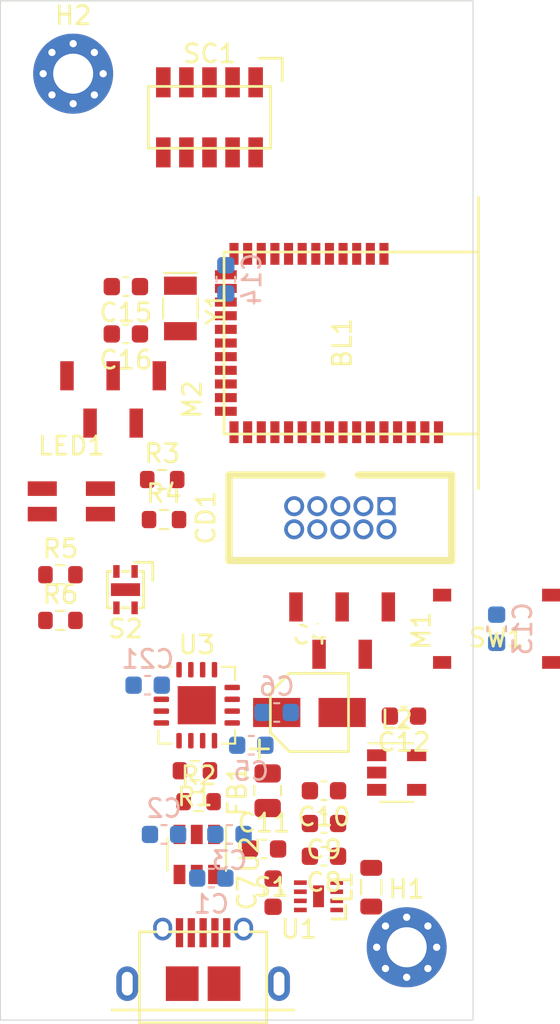
<source format=kicad_pcb>
(kicad_pcb (version 20171130) (host pcbnew 5.1.7-1.fc32)

  (general
    (thickness 1.6)
    (drawings 4)
    (tracks 0)
    (zones 0)
    (modules 41)
    (nets 44)
  )

  (page A4)
  (layers
    (0 F.Cu signal)
    (31 B.Cu signal)
    (32 B.Adhes user)
    (33 F.Adhes user)
    (34 B.Paste user)
    (35 F.Paste user)
    (36 B.SilkS user)
    (37 F.SilkS user)
    (38 B.Mask user)
    (39 F.Mask user)
    (40 Dwgs.User user)
    (41 Cmts.User user)
    (42 Eco1.User user)
    (43 Eco2.User user)
    (44 Edge.Cuts user)
    (45 Margin user)
    (46 B.CrtYd user)
    (47 F.CrtYd user)
    (48 B.Fab user hide)
    (49 F.Fab user hide)
  )

  (setup
    (last_trace_width 0.25)
    (trace_clearance 0.2)
    (zone_clearance 0.508)
    (zone_45_only no)
    (trace_min 0.2)
    (via_size 0.8)
    (via_drill 0.4)
    (via_min_size 0.4)
    (via_min_drill 0.3)
    (uvia_size 0.3)
    (uvia_drill 0.1)
    (uvias_allowed no)
    (uvia_min_size 0.2)
    (uvia_min_drill 0.1)
    (edge_width 0.05)
    (segment_width 0.2)
    (pcb_text_width 0.3)
    (pcb_text_size 1.5 1.5)
    (mod_edge_width 0.12)
    (mod_text_size 1 1)
    (mod_text_width 0.15)
    (pad_size 1.524 1.524)
    (pad_drill 0.762)
    (pad_to_mask_clearance 0)
    (aux_axis_origin 0 0)
    (visible_elements FFFFFF7F)
    (pcbplotparams
      (layerselection 0x010fc_ffffffff)
      (usegerberextensions false)
      (usegerberattributes true)
      (usegerberadvancedattributes true)
      (creategerberjobfile true)
      (excludeedgelayer true)
      (linewidth 0.100000)
      (plotframeref false)
      (viasonmask false)
      (mode 1)
      (useauxorigin false)
      (hpglpennumber 1)
      (hpglpenspeed 20)
      (hpglpendiameter 15.000000)
      (psnegative false)
      (psa4output false)
      (plotreference true)
      (plotvalue true)
      (plotinvisibletext false)
      (padsonsilk false)
      (subtractmaskfromsilk false)
      (outputformat 1)
      (mirror false)
      (drillshape 1)
      (scaleselection 1)
      (outputdirectory ""))
  )

  (net 0 "")
  (net 1 GND)
  (net 2 /mcu/SPI_CLK)
  (net 3 /mcu/I2C_SDA)
  (net 4 /mcu/I2C_SCL)
  (net 5 /mcu/~SPI_CS)
  (net 6 /mcu/GPIO_1)
  (net 7 /mcu/GPIO_2)
  (net 8 /mcu/LED_RED)
  (net 9 /mcu/LED_GREEN)
  (net 10 /sensor/SCL)
  (net 11 /sensor/SDA)
  (net 12 /usb/UART.TX)
  (net 13 /usb/UART.RTS)
  (net 14 /usb/UART.CTS)
  (net 15 /usb/UART.RX)
  (net 16 "Net-(BL1-Pad24)")
  (net 17 "Net-(BL1-Pad25)")
  (net 18 /power/3V0)
  (net 19 /mcu/SPI_MISO)
  (net 20 /mcu/SPI_MOSI)
  (net 21 /mcu/SWDIO)
  (net 22 /mcu/SWDCLK)
  (net 23 /mcu/~RESET)
  (net 24 /mcu/SWO)
  (net 25 /mcu/FTDI_DIO0)
  (net 26 /mcu/FTDI_DIO1)
  (net 27 /mcu/FTDI_DIO2)
  (net 28 /mcu/FTDI_DIO3)
  (net 29 /power/GND)
  (net 30 /power/VBUS)
  (net 31 "Net-(C2-Pad1)")
  (net 32 "Net-(C3-Pad1)")
  (net 33 "Net-(C4-Pad1)")
  (net 34 "Net-(C5-Pad1)")
  (net 35 "Net-(C8-Pad2)")
  (net 36 "Net-(C10-Pad1)")
  (net 37 "Net-(L1-Pad1)")
  (net 38 "Net-(LED1-Pad3)")
  (net 39 "Net-(LED1-Pad1)")
  (net 40 "Net-(R1-Pad1)")
  (net 41 "Net-(R2-Pad1)")
  (net 42 "Net-(U1-Pad2)")
  (net 43 "Net-(U1-Pad3)")

  (net_class Default "This is the default net class."
    (clearance 0.2)
    (trace_width 0.25)
    (via_dia 0.8)
    (via_drill 0.4)
    (uvia_dia 0.3)
    (uvia_drill 0.1)
    (add_net /mcu/FTDI_DIO0)
    (add_net /mcu/FTDI_DIO1)
    (add_net /mcu/FTDI_DIO2)
    (add_net /mcu/FTDI_DIO3)
    (add_net /mcu/GPIO_1)
    (add_net /mcu/GPIO_2)
    (add_net /mcu/I2C_SCL)
    (add_net /mcu/I2C_SDA)
    (add_net /mcu/LED_GREEN)
    (add_net /mcu/LED_RED)
    (add_net /mcu/SPI_CLK)
    (add_net /mcu/SPI_MISO)
    (add_net /mcu/SPI_MOSI)
    (add_net /mcu/SWDCLK)
    (add_net /mcu/SWDIO)
    (add_net /mcu/SWO)
    (add_net /mcu/~RESET)
    (add_net /mcu/~SPI_CS)
    (add_net /power/3V0)
    (add_net /power/GND)
    (add_net /power/VBUS)
    (add_net /sensor/SCL)
    (add_net /sensor/SDA)
    (add_net /usb/UART.CTS)
    (add_net /usb/UART.RTS)
    (add_net /usb/UART.RX)
    (add_net /usb/UART.TX)
    (add_net GND)
    (add_net "Net-(BL1-Pad10)")
    (add_net "Net-(BL1-Pad11)")
    (add_net "Net-(BL1-Pad21)")
    (add_net "Net-(BL1-Pad22)")
    (add_net "Net-(BL1-Pad23)")
    (add_net "Net-(BL1-Pad24)")
    (add_net "Net-(BL1-Pad25)")
    (add_net "Net-(BL1-Pad28)")
    (add_net "Net-(BL1-Pad4)")
    (add_net "Net-(BL1-Pad8)")
    (add_net "Net-(C10-Pad1)")
    (add_net "Net-(C2-Pad1)")
    (add_net "Net-(C3-Pad1)")
    (add_net "Net-(C4-Pad1)")
    (add_net "Net-(C5-Pad1)")
    (add_net "Net-(C8-Pad2)")
    (add_net "Net-(CD1-Pad7)")
    (add_net "Net-(CD1-Pad8)")
    (add_net "Net-(L1-Pad1)")
    (add_net "Net-(L2-Pad4)")
    (add_net "Net-(LED1-Pad1)")
    (add_net "Net-(LED1-Pad3)")
    (add_net "Net-(R1-Pad1)")
    (add_net "Net-(R2-Pad1)")
    (add_net "Net-(S1-Pad3)")
    (add_net "Net-(U1-Pad2)")
    (add_net "Net-(U1-Pad3)")
    (add_net "Net-(U1-Pad4)")
  )

  (module MountingHole:MountingHole_2.2mm_M2_Pad_Via (layer F.Cu) (tedit 56DDB9C7) (tstamp 5F900DE7)
    (at 154 80)
    (descr "Mounting Hole 2.2mm, M2")
    (tags "mounting hole 2.2mm m2")
    (path /5F926DDB)
    (attr virtual)
    (fp_text reference H2 (at 0 -3.2) (layer F.SilkS)
      (effects (font (size 1 1) (thickness 0.15)))
    )
    (fp_text value MountingHole (at 0 3.2) (layer F.Fab)
      (effects (font (size 1 1) (thickness 0.15)))
    )
    (fp_text user %R (at 0.3 0) (layer F.Fab)
      (effects (font (size 1 1) (thickness 0.15)))
    )
    (fp_circle (center 0 0) (end 2.2 0) (layer Cmts.User) (width 0.15))
    (fp_circle (center 0 0) (end 2.45 0) (layer F.CrtYd) (width 0.05))
    (pad 1 thru_hole circle (at 1.166726 -1.166726) (size 0.7 0.7) (drill 0.4) (layers *.Cu *.Mask))
    (pad 1 thru_hole circle (at 0 -1.65) (size 0.7 0.7) (drill 0.4) (layers *.Cu *.Mask))
    (pad 1 thru_hole circle (at -1.166726 -1.166726) (size 0.7 0.7) (drill 0.4) (layers *.Cu *.Mask))
    (pad 1 thru_hole circle (at -1.65 0) (size 0.7 0.7) (drill 0.4) (layers *.Cu *.Mask))
    (pad 1 thru_hole circle (at -1.166726 1.166726) (size 0.7 0.7) (drill 0.4) (layers *.Cu *.Mask))
    (pad 1 thru_hole circle (at 0 1.65) (size 0.7 0.7) (drill 0.4) (layers *.Cu *.Mask))
    (pad 1 thru_hole circle (at 1.166726 1.166726) (size 0.7 0.7) (drill 0.4) (layers *.Cu *.Mask))
    (pad 1 thru_hole circle (at 1.65 0) (size 0.7 0.7) (drill 0.4) (layers *.Cu *.Mask))
    (pad 1 thru_hole circle (at 0 0) (size 4.4 4.4) (drill 2.2) (layers *.Cu *.Mask))
  )

  (module MountingHole:MountingHole_2.2mm_M2_Pad_Via (layer F.Cu) (tedit 56DDB9C7) (tstamp 5F900DD7)
    (at 172.35 128)
    (descr "Mounting Hole 2.2mm, M2")
    (tags "mounting hole 2.2mm m2")
    (path /5F926F53)
    (attr virtual)
    (fp_text reference H1 (at 0 -3.2) (layer F.SilkS)
      (effects (font (size 1 1) (thickness 0.15)))
    )
    (fp_text value MountingHole (at 0 3.2) (layer F.Fab)
      (effects (font (size 1 1) (thickness 0.15)))
    )
    (fp_text user %R (at 0.3 0) (layer F.Fab)
      (effects (font (size 1 1) (thickness 0.15)))
    )
    (fp_circle (center 0 0) (end 2.2 0) (layer Cmts.User) (width 0.15))
    (fp_circle (center 0 0) (end 2.45 0) (layer F.CrtYd) (width 0.05))
    (pad 1 thru_hole circle (at 1.166726 -1.166726) (size 0.7 0.7) (drill 0.4) (layers *.Cu *.Mask))
    (pad 1 thru_hole circle (at 0 -1.65) (size 0.7 0.7) (drill 0.4) (layers *.Cu *.Mask))
    (pad 1 thru_hole circle (at -1.166726 -1.166726) (size 0.7 0.7) (drill 0.4) (layers *.Cu *.Mask))
    (pad 1 thru_hole circle (at -1.65 0) (size 0.7 0.7) (drill 0.4) (layers *.Cu *.Mask))
    (pad 1 thru_hole circle (at -1.166726 1.166726) (size 0.7 0.7) (drill 0.4) (layers *.Cu *.Mask))
    (pad 1 thru_hole circle (at 0 1.65) (size 0.7 0.7) (drill 0.4) (layers *.Cu *.Mask))
    (pad 1 thru_hole circle (at 1.166726 1.166726) (size 0.7 0.7) (drill 0.4) (layers *.Cu *.Mask))
    (pad 1 thru_hole circle (at 1.65 0) (size 0.7 0.7) (drill 0.4) (layers *.Cu *.Mask))
    (pad 1 thru_hole circle (at 0 0) (size 4.4 4.4) (drill 2.2) (layers *.Cu *.Mask))
  )

  (module Crystal:Crystal_SMD_MicroCrystal_CC7V-T1A-2Pin_3.2x1.5mm (layer F.Cu) (tedit 5D24C08C) (tstamp 5F8FED89)
    (at 159.9 92.9 270)
    (descr "SMD Crystal MicroCrystal CC7V-T1A/CM7V-T1A series https://www.microcrystal.com/fileadmin/Media/Products/32kHz/Datasheet/CC7V-T1A.pdf, 3.2x1.5mm^2 package")
    (tags "SMD SMT crystal")
    (path /5F8C705B/5F8D8EC9)
    (attr smd)
    (fp_text reference Y1 (at 0 -1.95 90) (layer F.SilkS)
      (effects (font (size 1 1) (thickness 0.15)))
    )
    (fp_text value "32.768 kHz" (at 0 1.95 90) (layer F.Fab)
      (effects (font (size 1 1) (thickness 0.15)))
    )
    (fp_line (start 2 -1.2) (end -2 -1.2) (layer F.CrtYd) (width 0.05))
    (fp_line (start 2 1.2) (end 2 -1.2) (layer F.CrtYd) (width 0.05))
    (fp_line (start -2 1.2) (end 2 1.2) (layer F.CrtYd) (width 0.05))
    (fp_line (start -2 -1.2) (end -2 1.2) (layer F.CrtYd) (width 0.05))
    (fp_line (start -1.95 -0.9) (end -1.95 0.9) (layer F.SilkS) (width 0.12))
    (fp_line (start -0.55 0.95) (end 0.55 0.95) (layer F.SilkS) (width 0.12))
    (fp_line (start -0.55 -0.95) (end 0.55 -0.95) (layer F.SilkS) (width 0.12))
    (fp_line (start -1.6 0.25) (end -1.1 0.75) (layer F.Fab) (width 0.1))
    (fp_line (start 1.6 -0.75) (end -1.6 -0.75) (layer F.Fab) (width 0.1))
    (fp_line (start 1.6 0.75) (end 1.6 -0.75) (layer F.Fab) (width 0.1))
    (fp_line (start -1.6 0.75) (end 1.6 0.75) (layer F.Fab) (width 0.1))
    (fp_line (start -1.6 -0.75) (end -1.6 0.75) (layer F.Fab) (width 0.1))
    (fp_text user %R (at 0 0 90) (layer F.Fab)
      (effects (font (size 0.7 0.7) (thickness 0.105)))
    )
    (pad 2 smd rect (at 1.25 0 270) (size 1 1.8) (layers F.Cu F.Paste F.Mask)
      (net 16 "Net-(BL1-Pad24)"))
    (pad 1 smd rect (at -1.25 0 270) (size 1 1.8) (layers F.Cu F.Paste F.Mask)
      (net 17 "Net-(BL1-Pad25)"))
    (model ${KISYS3DMOD}/Crystal.3dshapes/Crystal_SMD_MicroCrystal_CC7V-T1A-2Pin_3.2x1.5mm.wrl
      (at (xyz 0 0 0))
      (scale (xyz 1 1 1))
      (rotate (xyz 0 0 0))
    )
  )

  (module Package_DFN_QFN:QFN-16-1EP_4x4mm_P0.65mm_EP2.1x2.1mm (layer F.Cu) (tedit 5DC5F6A3) (tstamp 5F8FED76)
    (at 160.8 114.7)
    (descr "QFN, 16 Pin (http://www.thatcorp.com/datashts/THAT_1580_Datasheet.pdf), generated with kicad-footprint-generator ipc_noLead_generator.py")
    (tags "QFN NoLead")
    (path /5F8C70B0/5F8F4CCE)
    (attr smd)
    (fp_text reference U3 (at 0 -3.32) (layer F.SilkS)
      (effects (font (size 1 1) (thickness 0.15)))
    )
    (fp_text value FT230XQ (at 0 3.32) (layer F.Fab)
      (effects (font (size 1 1) (thickness 0.15)))
    )
    (fp_line (start 2.62 -2.62) (end -2.62 -2.62) (layer F.CrtYd) (width 0.05))
    (fp_line (start 2.62 2.62) (end 2.62 -2.62) (layer F.CrtYd) (width 0.05))
    (fp_line (start -2.62 2.62) (end 2.62 2.62) (layer F.CrtYd) (width 0.05))
    (fp_line (start -2.62 -2.62) (end -2.62 2.62) (layer F.CrtYd) (width 0.05))
    (fp_line (start -2 -1) (end -1 -2) (layer F.Fab) (width 0.1))
    (fp_line (start -2 2) (end -2 -1) (layer F.Fab) (width 0.1))
    (fp_line (start 2 2) (end -2 2) (layer F.Fab) (width 0.1))
    (fp_line (start 2 -2) (end 2 2) (layer F.Fab) (width 0.1))
    (fp_line (start -1 -2) (end 2 -2) (layer F.Fab) (width 0.1))
    (fp_line (start -1.385 -2.11) (end -2.11 -2.11) (layer F.SilkS) (width 0.12))
    (fp_line (start 2.11 2.11) (end 2.11 1.385) (layer F.SilkS) (width 0.12))
    (fp_line (start 1.385 2.11) (end 2.11 2.11) (layer F.SilkS) (width 0.12))
    (fp_line (start -2.11 2.11) (end -2.11 1.385) (layer F.SilkS) (width 0.12))
    (fp_line (start -1.385 2.11) (end -2.11 2.11) (layer F.SilkS) (width 0.12))
    (fp_line (start 2.11 -2.11) (end 2.11 -1.385) (layer F.SilkS) (width 0.12))
    (fp_line (start 1.385 -2.11) (end 2.11 -2.11) (layer F.SilkS) (width 0.12))
    (fp_text user %R (at 0 0) (layer F.Fab)
      (effects (font (size 1 1) (thickness 0.15)))
    )
    (pad "" smd roundrect (at 0.525 0.525) (size 0.85 0.85) (layers F.Paste) (roundrect_rratio 0.25))
    (pad "" smd roundrect (at 0.525 -0.525) (size 0.85 0.85) (layers F.Paste) (roundrect_rratio 0.25))
    (pad "" smd roundrect (at -0.525 0.525) (size 0.85 0.85) (layers F.Paste) (roundrect_rratio 0.25))
    (pad "" smd roundrect (at -0.525 -0.525) (size 0.85 0.85) (layers F.Paste) (roundrect_rratio 0.25))
    (pad 17 smd rect (at 0 0) (size 2.1 2.1) (layers F.Cu F.Mask)
      (net 29 /power/GND))
    (pad 16 smd roundrect (at -0.975 -1.95) (size 0.3 0.85) (layers F.Cu F.Paste F.Mask) (roundrect_rratio 0.25)
      (net 13 /usb/UART.RTS))
    (pad 15 smd roundrect (at -0.325 -1.95) (size 0.3 0.85) (layers F.Cu F.Paste F.Mask) (roundrect_rratio 0.25)
      (net 12 /usb/UART.TX))
    (pad 14 smd roundrect (at 0.325 -1.95) (size 0.3 0.85) (layers F.Cu F.Paste F.Mask) (roundrect_rratio 0.25)
      (net 28 /mcu/FTDI_DIO3))
    (pad 13 smd roundrect (at 0.975 -1.95) (size 0.3 0.85) (layers F.Cu F.Paste F.Mask) (roundrect_rratio 0.25)
      (net 29 /power/GND))
    (pad 12 smd roundrect (at 1.95 -0.975) (size 0.85 0.3) (layers F.Cu F.Paste F.Mask) (roundrect_rratio 0.25)
      (net 25 /mcu/FTDI_DIO0))
    (pad 11 smd roundrect (at 1.95 -0.325) (size 0.85 0.3) (layers F.Cu F.Paste F.Mask) (roundrect_rratio 0.25)
      (net 26 /mcu/FTDI_DIO1))
    (pad 10 smd roundrect (at 1.95 0.325) (size 0.85 0.3) (layers F.Cu F.Paste F.Mask) (roundrect_rratio 0.25)
      (net 33 "Net-(C4-Pad1)"))
    (pad 9 smd roundrect (at 1.95 0.975) (size 0.85 0.3) (layers F.Cu F.Paste F.Mask) (roundrect_rratio 0.25)
      (net 34 "Net-(C5-Pad1)"))
    (pad 8 smd roundrect (at 0.975 1.95) (size 0.3 0.85) (layers F.Cu F.Paste F.Mask) (roundrect_rratio 0.25)
      (net 34 "Net-(C5-Pad1)"))
    (pad 7 smd roundrect (at 0.325 1.95) (size 0.3 0.85) (layers F.Cu F.Paste F.Mask) (roundrect_rratio 0.25)
      (net 40 "Net-(R1-Pad1)"))
    (pad 6 smd roundrect (at -0.325 1.95) (size 0.3 0.85) (layers F.Cu F.Paste F.Mask) (roundrect_rratio 0.25)
      (net 41 "Net-(R2-Pad1)"))
    (pad 5 smd roundrect (at -0.975 1.95) (size 0.3 0.85) (layers F.Cu F.Paste F.Mask) (roundrect_rratio 0.25)
      (net 27 /mcu/FTDI_DIO2))
    (pad 4 smd roundrect (at -1.95 0.975) (size 0.85 0.3) (layers F.Cu F.Paste F.Mask) (roundrect_rratio 0.25)
      (net 14 /usb/UART.CTS))
    (pad 3 smd roundrect (at -1.95 0.325) (size 0.85 0.3) (layers F.Cu F.Paste F.Mask) (roundrect_rratio 0.25)
      (net 29 /power/GND))
    (pad 2 smd roundrect (at -1.95 -0.325) (size 0.85 0.3) (layers F.Cu F.Paste F.Mask) (roundrect_rratio 0.25)
      (net 15 /usb/UART.RX))
    (pad 1 smd roundrect (at -1.95 -0.975) (size 0.85 0.3) (layers F.Cu F.Paste F.Mask) (roundrect_rratio 0.25)
      (net 18 /power/3V0))
    (model ${KISYS3DMOD}/Package_DFN_QFN.3dshapes/QFN-16-1EP_4x4mm_P0.65mm_EP2.1x2.1mm.wrl
      (at (xyz 0 0 0))
      (scale (xyz 1 1 1))
      (rotate (xyz 0 0 0))
    )
  )

  (module HH_STMicroelectronics:USBLC6-2SC6_SOT-23-6 (layer F.Cu) (tedit 5A02FF57) (tstamp 5F8FF42E)
    (at 160.8 122.9 270)
    (descr "6-pin SOT-23 package")
    (tags SOT-23-6)
    (path /5F8C70B0/5F9042FD)
    (attr smd)
    (fp_text reference U2 (at 0 -2.9 90) (layer F.SilkS)
      (effects (font (size 1 1) (thickness 0.15)))
    )
    (fp_text value USBLC6-2SC6 (at 0 2.9 90) (layer F.Fab)
      (effects (font (size 1 1) (thickness 0.15)))
    )
    (fp_line (start -0.9 1.61) (end 0.9 1.61) (layer F.SilkS) (width 0.12))
    (fp_line (start 0.9 -1.61) (end -1.55 -1.61) (layer F.SilkS) (width 0.12))
    (fp_line (start 1.9 -1.8) (end -1.9 -1.8) (layer F.CrtYd) (width 0.05))
    (fp_line (start 1.9 1.8) (end 1.9 -1.8) (layer F.CrtYd) (width 0.05))
    (fp_line (start -1.9 1.8) (end 1.9 1.8) (layer F.CrtYd) (width 0.05))
    (fp_line (start -1.9 -1.8) (end -1.9 1.8) (layer F.CrtYd) (width 0.05))
    (fp_line (start -0.9 -0.9) (end -0.25 -1.55) (layer F.Fab) (width 0.1))
    (fp_line (start 0.9 -1.55) (end -0.25 -1.55) (layer F.Fab) (width 0.1))
    (fp_line (start -0.9 -0.9) (end -0.9 1.55) (layer F.Fab) (width 0.1))
    (fp_line (start 0.9 1.55) (end -0.9 1.55) (layer F.Fab) (width 0.1))
    (fp_line (start 0.9 -1.55) (end 0.9 1.55) (layer F.Fab) (width 0.1))
    (fp_text user %R (at 0 0) (layer F.Fab)
      (effects (font (size 0.5 0.5) (thickness 0.075)))
    )
    (pad 5 smd rect (at 1.1 0 270) (size 1.06 0.65) (layers F.Cu F.Paste F.Mask)
      (net 30 /power/VBUS))
    (pad 6 smd rect (at 1.1 -0.95 270) (size 1.06 0.65) (layers F.Cu F.Paste F.Mask)
      (net 43 "Net-(U1-Pad3)"))
    (pad 4 smd rect (at 1.1 0.95 270) (size 1.06 0.65) (layers F.Cu F.Paste F.Mask)
      (net 42 "Net-(U1-Pad2)"))
    (pad 3 smd rect (at -1.1 0.95 270) (size 1.06 0.65) (layers F.Cu F.Paste F.Mask)
      (net 31 "Net-(C2-Pad1)"))
    (pad 2 smd rect (at -1.1 0 270) (size 1.06 0.65) (layers F.Cu F.Paste F.Mask)
      (net 29 /power/GND))
    (pad 1 smd rect (at -1.1 -0.95 270) (size 1.06 0.65) (layers F.Cu F.Paste F.Mask)
      (net 32 "Net-(C3-Pad1)"))
    (model ${KISYS3DMOD}/Package_TO_SOT_SMD.3dshapes/SOT-23-6.wrl
      (at (xyz 0 0 0))
      (scale (xyz 1 1 1))
      (rotate (xyz 0 0 0))
    )
  )

  (module HH_Molex:MOLEX_USB_MICRO_0475890001 (layer F.Cu) (tedit 5A94F6D0) (tstamp 5F8FED36)
    (at 161.15 128)
    (path /5F8C70B0/5F90174C)
    (fp_text reference U1 (at 5.275 -1) (layer F.SilkS)
      (effects (font (size 1 1) (thickness 0.15)))
    )
    (fp_text value USB_micro_ab (at 0 -3.81) (layer F.Fab)
      (effects (font (size 1 1) (thickness 0.15)))
    )
    (fp_line (start -3.5 -0.85) (end 3.5 -0.85) (layer F.SilkS) (width 0.15))
    (fp_line (start 3.5 -0.85) (end 3.5 4.15) (layer F.SilkS) (width 0.15))
    (fp_line (start -3.5 -0.85) (end -3.5 4.15) (layer F.SilkS) (width 0.15))
    (fp_line (start -3.5 4.15) (end 3.5 4.15) (layer F.SilkS) (width 0.15))
    (fp_line (start -5 3.45) (end 5 3.45) (layer F.SilkS) (width 0.15))
    (pad 5 smd rect (at -1.15 2) (size 1.8 1.9) (layers F.Cu F.Paste F.Mask)
      (net 29 /power/GND))
    (pad 5 smd rect (at 1.15 2) (size 1.8 1.9) (layers F.Cu F.Paste F.Mask)
      (net 29 /power/GND))
    (pad 2 smd rect (at -0.65 -0.8) (size 0.4 1.6) (layers F.Cu F.Paste F.Mask)
      (net 42 "Net-(U1-Pad2)"))
    (pad 1 smd rect (at -1.3 -0.8) (size 0.4 1.6) (layers F.Cu F.Paste F.Mask)
      (net 30 /power/VBUS))
    (pad 5 smd rect (at 1.3 -0.8) (size 0.4 1.6) (layers F.Cu F.Paste F.Mask)
      (net 29 /power/GND))
    (pad 4 smd rect (at 0.65 -0.8) (size 0.4 1.6) (layers F.Cu F.Paste F.Mask))
    (pad 3 smd rect (at 0 -0.8) (size 0.4 1.6) (layers F.Cu F.Paste F.Mask)
      (net 43 "Net-(U1-Pad3)"))
    (pad 5 thru_hole oval (at 2.225 -1) (size 1.05 1.25) (drill oval 0.65 0.85) (layers *.Cu *.Mask)
      (net 29 /power/GND))
    (pad 5 thru_hole oval (at -2.225 -1) (size 1.05 1.25) (drill oval 0.65 0.85) (layers *.Cu *.Mask)
      (net 29 /power/GND))
    (pad 5 thru_hole oval (at -4.175 2) (size 1.2 1.9) (drill oval 0.6 1.3) (layers *.Cu *.Mask)
      (net 29 /power/GND))
    (pad 5 thru_hole oval (at 4.175 2) (size 1.2 1.9) (drill oval 0.6 1.3) (layers *.Cu *.Mask)
      (net 29 /power/GND))
    (model /home/hannes/Repository/ismGateway/kicad/models/47589-0001.wrl
      (offset (xyz 0 9.651999855041504 2.285999965667724))
      (scale (xyz 0.4 0.4 0.4))
      (rotate (xyz 90 0 0))
    )
  )

  (module HH_CnK:PTS526-SM15-SMTR2-LFS (layer F.Cu) (tedit 5EC96EE0) (tstamp 5F8FED22)
    (at 177.3 110.5)
    (path /5F8C705B/5F8E9ABE)
    (fp_text reference SW1 (at 0 0.5) (layer F.SilkS)
      (effects (font (size 1 1) (thickness 0.15)))
    )
    (fp_text value PTS526_SM15_SMTR2_LFS (at 0 -0.5) (layer F.Fab)
      (effects (font (size 1 1) (thickness 0.15)))
    )
    (fp_line (start -2.6 -2.6) (end -2.6 2.6) (layer F.CrtYd) (width 0.12))
    (fp_line (start 2.6 2.6) (end -2.6 2.6) (layer F.CrtYd) (width 0.12))
    (fp_line (start 2.6 -2.6) (end 2.6 2.6) (layer F.CrtYd) (width 0.12))
    (fp_line (start -2.6 -2.6) (end 2.6 -2.6) (layer F.CrtYd) (width 0.12))
    (pad 2 smd rect (at 3 1.85) (size 1 0.7) (layers F.Cu F.Paste F.Mask)
      (net 23 /mcu/~RESET))
    (pad 2 smd rect (at -3 1.85) (size 1 0.7) (layers F.Cu F.Paste F.Mask)
      (net 23 /mcu/~RESET))
    (pad 1 smd rect (at 3 -1.85) (size 1 0.7) (layers F.Cu F.Paste F.Mask)
      (net 1 GND))
    (pad 1 smd rect (at -3 -1.85) (size 1 0.7) (layers F.Cu F.Paste F.Mask)
      (net 1 GND))
  )

  (module HH_Hochreiner:Sensor-Connector_M50-3150542R (layer F.Cu) (tedit 5ECC0A1D) (tstamp 5F8FED16)
    (at 161.5 82.4 180)
    (path /5F8C705B/5F903C86)
    (fp_text reference SC1 (at 0 3.5) (layer F.SilkS)
      (effects (font (size 1 1) (thickness 0.15)))
    )
    (fp_text value Sensor-Connector (at 0.25 0) (layer F.Fab)
      (effects (font (size 1 1) (thickness 0.15)))
    )
    (fp_line (start -8.5 4.25) (end 8.5 4.25) (layer Eco1.User) (width 0.12))
    (fp_line (start -8.5 4.25) (end -8.5 -16.75) (layer Eco1.User) (width 0.12))
    (fp_line (start 8.5 -16.75) (end -8.5 -16.75) (layer Eco1.User) (width 0.12))
    (fp_line (start 8.5 4.25) (end 8.5 -16.75) (layer Eco1.User) (width 0.12))
    (fp_line (start -4 3.25) (end -2.75 3.25) (layer F.SilkS) (width 0.15))
    (fp_line (start -4 2) (end -4 3.25) (layer F.SilkS) (width 0.15))
    (fp_line (start 3.365 -1.7) (end 3.365 1.7) (layer F.SilkS) (width 0.15))
    (fp_line (start -3.365 -1.7) (end -3.365 1.7) (layer F.SilkS) (width 0.15))
    (fp_line (start -3.365 1.7) (end 3.365 1.7) (layer F.SilkS) (width 0.15))
    (fp_line (start -3.365 -1.7) (end 3.365 -1.7) (layer F.SilkS) (width 0.15))
    (pad 10 smd rect (at 2.54 -1.925 180) (size 0.8 1.65) (layers F.Cu F.Paste F.Mask)
      (net 7 /mcu/GPIO_2))
    (pad 8 smd rect (at 1.27 -1.925 180) (size 0.8 1.65) (layers F.Cu F.Paste F.Mask)
      (net 5 /mcu/~SPI_CS))
    (pad 6 smd rect (at 0 -1.925 180) (size 0.8 1.65) (layers F.Cu F.Paste F.Mask)
      (net 2 /mcu/SPI_CLK))
    (pad "" np_thru_hole circle (at 2.54 0.635 180) (size 0.71 0.71) (drill 0.71) (layers *.Cu *.Mask))
    (pad "" np_thru_hole circle (at 2.54 -0.635 180) (size 0.71 0.71) (drill 0.71) (layers *.Cu *.Mask))
    (pad "" np_thru_hole circle (at -2.54 0.635 180) (size 0.71 0.71) (drill 0.71) (layers *.Cu *.Mask))
    (pad "" np_thru_hole circle (at -2.54 -0.635 180) (size 0.71 0.71) (drill 0.71) (layers *.Cu *.Mask))
    (pad "" np_thru_hole circle (at -1.27 0.635 180) (size 0.71 0.71) (drill 0.71) (layers *.Cu *.Mask))
    (pad "" np_thru_hole circle (at -1.27 -0.635 180) (size 0.71 0.71) (drill 0.71) (layers *.Cu *.Mask))
    (pad "" np_thru_hole circle (at 1.27 0.635 180) (size 0.71 0.71) (drill 0.71) (layers *.Cu *.Mask))
    (pad "" np_thru_hole circle (at 1.27 -0.635 180) (size 0.71 0.71) (drill 0.71) (layers *.Cu *.Mask))
    (pad "" np_thru_hole circle (at 0 0.635 180) (size 0.71 0.71) (drill 0.71) (layers *.Cu *.Mask))
    (pad "" np_thru_hole circle (at 0 -0.635 180) (size 0.71 0.71) (drill 0.71) (layers *.Cu *.Mask))
    (pad "" np_thru_hole circle (at -1.905 0 180) (size 0.75 0.75) (drill 0.75) (layers *.Cu *.Mask))
    (pad "" np_thru_hole circle (at 1.905 0 180) (size 0.75 0.75) (drill 0.75) (layers *.Cu *.Mask))
    (pad 4 smd rect (at -1.27 -1.925 180) (size 0.8 1.65) (layers F.Cu F.Paste F.Mask)
      (net 20 /mcu/SPI_MOSI))
    (pad 2 smd rect (at -2.54 -1.925 180) (size 0.8 1.65) (layers F.Cu F.Paste F.Mask)
      (net 19 /mcu/SPI_MISO))
    (pad 5 smd rect (at 0 1.925 180) (size 0.8 1.65) (layers F.Cu F.Paste F.Mask)
      (net 3 /mcu/I2C_SDA))
    (pad 9 smd rect (at 2.54 1.925 180) (size 0.8 1.65) (layers F.Cu F.Paste F.Mask)
      (net 6 /mcu/GPIO_1))
    (pad 7 smd rect (at 1.27 1.925 180) (size 0.8 1.65) (layers F.Cu F.Paste F.Mask)
      (net 4 /mcu/I2C_SCL))
    (pad 1 smd rect (at -2.54 1.925 180) (size 0.8 1.65) (layers F.Cu F.Paste F.Mask)
      (net 1 GND))
    (pad 3 smd rect (at -1.27 1.925 180) (size 0.8 1.65) (layers F.Cu F.Paste F.Mask)
      (net 18 /power/3V0))
    (model ../../freecad/M50-3150542R.step
      (at (xyz 0 0 0))
      (scale (xyz 1 1 1))
      (rotate (xyz 0 0 0))
    )
  )

  (module HH_Sensirion:SHTC3 (layer F.Cu) (tedit 5F3C22F6) (tstamp 5F8FECF2)
    (at 156.88 108.35)
    (path /5F8F4FDB/5F8F9C71)
    (fp_text reference S2 (at 0 2.15) (layer F.SilkS)
      (effects (font (size 1 1) (thickness 0.15)))
    )
    (fp_text value SHTC3 (at 0 -2.2) (layer F.Fab)
      (effects (font (size 1 1) (thickness 0.15)))
    )
    (fp_line (start -1 -1) (end 1 -1) (layer F.Fab) (width 0.12))
    (fp_line (start 1 -1) (end 1 1) (layer F.Fab) (width 0.12))
    (fp_line (start 1 1) (end -1 1) (layer F.Fab) (width 0.12))
    (fp_line (start -1 1) (end -1 -1) (layer F.Fab) (width 0.12))
    (fp_line (start 0.5 -1.5) (end 1.5 -1.5) (layer F.SilkS) (width 0.15))
    (fp_line (start 1.5 -1.5) (end 1.5 -0.5) (layer F.SilkS) (width 0.15))
    (fp_line (start -0.2 -1) (end 0.2 -1) (layer F.SilkS) (width 0.15))
    (fp_line (start 0.8 -1) (end 1 -1) (layer F.SilkS) (width 0.15))
    (fp_line (start 1 -1) (end 1 1) (layer F.SilkS) (width 0.15))
    (fp_line (start 1 1) (end 0.8 1) (layer F.SilkS) (width 0.15))
    (fp_line (start 0.2 1) (end -0.2 1) (layer F.SilkS) (width 0.15))
    (fp_line (start -0.8 1) (end -1 1) (layer F.SilkS) (width 0.15))
    (fp_line (start -1 1) (end -1 -1) (layer F.SilkS) (width 0.15))
    (fp_line (start -1 -1) (end -0.8 -1) (layer F.SilkS) (width 0.15))
    (pad 4 smd rect (at 0.5 1) (size 0.35 0.7) (layers F.Cu F.Paste F.Mask)
      (net 29 /power/GND))
    (pad 3 smd rect (at -0.5 1) (size 0.35 0.7) (layers F.Cu F.Paste F.Mask)
      (net 11 /sensor/SDA))
    (pad 2 smd rect (at -0.5 -1) (size 0.35 0.7) (layers F.Cu F.Paste F.Mask)
      (net 10 /sensor/SCL))
    (pad 1 smd rect (at 0.5 -1) (size 0.35 0.7) (layers F.Cu F.Paste F.Mask)
      (net 18 /power/3V0))
    (pad 4 smd rect (at 0 0) (size 1.6 0.7) (layers F.Cu F.Paste F.Mask)
      (net 29 /power/GND))
  )

  (module HH_MicrochipTechnology:MIC23050-SYML-TR (layer F.Cu) (tedit 5D6AA627) (tstamp 5F8FFB95)
    (at 167.5 125.2 180)
    (path /5F8C7085/5F8F236C)
    (fp_text reference S1 (at 2.6 0.5) (layer F.SilkS)
      (effects (font (size 1 1) (thickness 0.15)))
    )
    (fp_text value MIC23050-SYML-TR (at 0 -1.9) (layer F.Fab)
      (effects (font (size 1 1) (thickness 0.15)))
    )
    (fp_line (start -1.5 -1.25) (end -0.75 -1.25) (layer F.SilkS) (width 0.15))
    (fp_line (start -1.5 -0.5) (end -1.5 -1.25) (layer F.SilkS) (width 0.15))
    (fp_line (start -1 1) (end -1 -1) (layer F.CrtYd) (width 0.15))
    (fp_line (start 1 1) (end -1 1) (layer F.CrtYd) (width 0.15))
    (fp_line (start 1 -1) (end 1 1) (layer F.CrtYd) (width 0.15))
    (fp_line (start -1 -1) (end 1 -1) (layer F.CrtYd) (width 0.15))
    (pad 8 smd rect (at 0 0 180) (size 0.6 1.2) (layers F.Cu F.Paste F.Mask)
      (net 29 /power/GND))
    (pad 8 smd rect (at 1 -0.75 180) (size 0.7 0.25) (layers F.Cu F.Paste F.Mask)
      (net 29 /power/GND))
    (pad 7 smd rect (at 1 -0.25 180) (size 0.7 0.25) (layers F.Cu F.Paste F.Mask)
      (net 30 /power/VBUS))
    (pad 6 smd rect (at 1 0.25 180) (size 0.7 0.25) (layers F.Cu F.Paste F.Mask)
      (net 29 /power/GND))
    (pad 5 smd rect (at 1 0.75 180) (size 0.7 0.25) (layers F.Cu F.Paste F.Mask)
      (net 35 "Net-(C8-Pad2)"))
    (pad 4 smd rect (at -1 0.75 180) (size 0.7 0.25) (layers F.Cu F.Paste F.Mask)
      (net 36 "Net-(C10-Pad1)"))
    (pad 3 smd rect (at -1 0.25 180) (size 0.7 0.25) (layers F.Cu F.Paste F.Mask))
    (pad 2 smd rect (at -1 -0.25 180) (size 0.7 0.25) (layers F.Cu F.Paste F.Mask)
      (net 30 /power/VBUS))
    (pad 1 smd rect (at -1 -0.75 180) (size 0.7 0.25) (layers F.Cu F.Paste F.Mask)
      (net 37 "Net-(L1-Pad1)"))
  )

  (module Resistor_SMD:R_0603_1608Metric (layer F.Cu) (tedit 5F68FEEE) (tstamp 5F8FECC8)
    (at 153.3 110.04)
    (descr "Resistor SMD 0603 (1608 Metric), square (rectangular) end terminal, IPC_7351 nominal, (Body size source: IPC-SM-782 page 72, https://www.pcb-3d.com/wordpress/wp-content/uploads/ipc-sm-782a_amendment_1_and_2.pdf), generated with kicad-footprint-generator")
    (tags resistor)
    (path /5F8F4FDB/5F8FA584)
    (attr smd)
    (fp_text reference R6 (at 0 -1.43) (layer F.SilkS)
      (effects (font (size 1 1) (thickness 0.15)))
    )
    (fp_text value 10k (at 0 1.43) (layer F.Fab)
      (effects (font (size 1 1) (thickness 0.15)))
    )
    (fp_line (start 1.48 0.73) (end -1.48 0.73) (layer F.CrtYd) (width 0.05))
    (fp_line (start 1.48 -0.73) (end 1.48 0.73) (layer F.CrtYd) (width 0.05))
    (fp_line (start -1.48 -0.73) (end 1.48 -0.73) (layer F.CrtYd) (width 0.05))
    (fp_line (start -1.48 0.73) (end -1.48 -0.73) (layer F.CrtYd) (width 0.05))
    (fp_line (start -0.237258 0.5225) (end 0.237258 0.5225) (layer F.SilkS) (width 0.12))
    (fp_line (start -0.237258 -0.5225) (end 0.237258 -0.5225) (layer F.SilkS) (width 0.12))
    (fp_line (start 0.8 0.4125) (end -0.8 0.4125) (layer F.Fab) (width 0.1))
    (fp_line (start 0.8 -0.4125) (end 0.8 0.4125) (layer F.Fab) (width 0.1))
    (fp_line (start -0.8 -0.4125) (end 0.8 -0.4125) (layer F.Fab) (width 0.1))
    (fp_line (start -0.8 0.4125) (end -0.8 -0.4125) (layer F.Fab) (width 0.1))
    (fp_text user %R (at 0 0) (layer F.Fab)
      (effects (font (size 0.4 0.4) (thickness 0.06)))
    )
    (pad 2 smd roundrect (at 0.825 0) (size 0.8 0.95) (layers F.Cu F.Paste F.Mask) (roundrect_rratio 0.25)
      (net 10 /sensor/SCL))
    (pad 1 smd roundrect (at -0.825 0) (size 0.8 0.95) (layers F.Cu F.Paste F.Mask) (roundrect_rratio 0.25)
      (net 18 /power/3V0))
    (model ${KISYS3DMOD}/Resistor_SMD.3dshapes/R_0603_1608Metric.wrl
      (at (xyz 0 0 0))
      (scale (xyz 1 1 1))
      (rotate (xyz 0 0 0))
    )
  )

  (module Resistor_SMD:R_0603_1608Metric (layer F.Cu) (tedit 5F68FEEE) (tstamp 5F8FECB7)
    (at 153.3 107.53)
    (descr "Resistor SMD 0603 (1608 Metric), square (rectangular) end terminal, IPC_7351 nominal, (Body size source: IPC-SM-782 page 72, https://www.pcb-3d.com/wordpress/wp-content/uploads/ipc-sm-782a_amendment_1_and_2.pdf), generated with kicad-footprint-generator")
    (tags resistor)
    (path /5F8F4FDB/5F8FACDF)
    (attr smd)
    (fp_text reference R5 (at 0 -1.43) (layer F.SilkS)
      (effects (font (size 1 1) (thickness 0.15)))
    )
    (fp_text value 10k (at 0 1.43) (layer F.Fab)
      (effects (font (size 1 1) (thickness 0.15)))
    )
    (fp_line (start 1.48 0.73) (end -1.48 0.73) (layer F.CrtYd) (width 0.05))
    (fp_line (start 1.48 -0.73) (end 1.48 0.73) (layer F.CrtYd) (width 0.05))
    (fp_line (start -1.48 -0.73) (end 1.48 -0.73) (layer F.CrtYd) (width 0.05))
    (fp_line (start -1.48 0.73) (end -1.48 -0.73) (layer F.CrtYd) (width 0.05))
    (fp_line (start -0.237258 0.5225) (end 0.237258 0.5225) (layer F.SilkS) (width 0.12))
    (fp_line (start -0.237258 -0.5225) (end 0.237258 -0.5225) (layer F.SilkS) (width 0.12))
    (fp_line (start 0.8 0.4125) (end -0.8 0.4125) (layer F.Fab) (width 0.1))
    (fp_line (start 0.8 -0.4125) (end 0.8 0.4125) (layer F.Fab) (width 0.1))
    (fp_line (start -0.8 -0.4125) (end 0.8 -0.4125) (layer F.Fab) (width 0.1))
    (fp_line (start -0.8 0.4125) (end -0.8 -0.4125) (layer F.Fab) (width 0.1))
    (fp_text user %R (at 0 0) (layer F.Fab)
      (effects (font (size 0.4 0.4) (thickness 0.06)))
    )
    (pad 2 smd roundrect (at 0.825 0) (size 0.8 0.95) (layers F.Cu F.Paste F.Mask) (roundrect_rratio 0.25)
      (net 11 /sensor/SDA))
    (pad 1 smd roundrect (at -0.825 0) (size 0.8 0.95) (layers F.Cu F.Paste F.Mask) (roundrect_rratio 0.25)
      (net 18 /power/3V0))
    (model ${KISYS3DMOD}/Resistor_SMD.3dshapes/R_0603_1608Metric.wrl
      (at (xyz 0 0 0))
      (scale (xyz 1 1 1))
      (rotate (xyz 0 0 0))
    )
  )

  (module Resistor_SMD:R_0603_1608Metric (layer F.Cu) (tedit 5F68FEEE) (tstamp 5F8FECA6)
    (at 159 104.5)
    (descr "Resistor SMD 0603 (1608 Metric), square (rectangular) end terminal, IPC_7351 nominal, (Body size source: IPC-SM-782 page 72, https://www.pcb-3d.com/wordpress/wp-content/uploads/ipc-sm-782a_amendment_1_and_2.pdf), generated with kicad-footprint-generator")
    (tags resistor)
    (path /5F8C705B/5F9257BE)
    (attr smd)
    (fp_text reference R4 (at 0 -1.43) (layer F.SilkS)
      (effects (font (size 1 1) (thickness 0.15)))
    )
    (fp_text value R (at 0 1.43) (layer F.Fab)
      (effects (font (size 1 1) (thickness 0.15)))
    )
    (fp_line (start 1.48 0.73) (end -1.48 0.73) (layer F.CrtYd) (width 0.05))
    (fp_line (start 1.48 -0.73) (end 1.48 0.73) (layer F.CrtYd) (width 0.05))
    (fp_line (start -1.48 -0.73) (end 1.48 -0.73) (layer F.CrtYd) (width 0.05))
    (fp_line (start -1.48 0.73) (end -1.48 -0.73) (layer F.CrtYd) (width 0.05))
    (fp_line (start -0.237258 0.5225) (end 0.237258 0.5225) (layer F.SilkS) (width 0.12))
    (fp_line (start -0.237258 -0.5225) (end 0.237258 -0.5225) (layer F.SilkS) (width 0.12))
    (fp_line (start 0.8 0.4125) (end -0.8 0.4125) (layer F.Fab) (width 0.1))
    (fp_line (start 0.8 -0.4125) (end 0.8 0.4125) (layer F.Fab) (width 0.1))
    (fp_line (start -0.8 -0.4125) (end 0.8 -0.4125) (layer F.Fab) (width 0.1))
    (fp_line (start -0.8 0.4125) (end -0.8 -0.4125) (layer F.Fab) (width 0.1))
    (fp_text user %R (at 0 0) (layer F.Fab)
      (effects (font (size 0.4 0.4) (thickness 0.06)))
    )
    (pad 2 smd roundrect (at 0.825 0) (size 0.8 0.95) (layers F.Cu F.Paste F.Mask) (roundrect_rratio 0.25)
      (net 38 "Net-(LED1-Pad3)"))
    (pad 1 smd roundrect (at -0.825 0) (size 0.8 0.95) (layers F.Cu F.Paste F.Mask) (roundrect_rratio 0.25)
      (net 9 /mcu/LED_GREEN))
    (model ${KISYS3DMOD}/Resistor_SMD.3dshapes/R_0603_1608Metric.wrl
      (at (xyz 0 0 0))
      (scale (xyz 1 1 1))
      (rotate (xyz 0 0 0))
    )
  )

  (module Resistor_SMD:R_0603_1608Metric (layer F.Cu) (tedit 5F68FEEE) (tstamp 5F8FEC95)
    (at 158.9 102.3)
    (descr "Resistor SMD 0603 (1608 Metric), square (rectangular) end terminal, IPC_7351 nominal, (Body size source: IPC-SM-782 page 72, https://www.pcb-3d.com/wordpress/wp-content/uploads/ipc-sm-782a_amendment_1_and_2.pdf), generated with kicad-footprint-generator")
    (tags resistor)
    (path /5F8C705B/5F924FDE)
    (attr smd)
    (fp_text reference R3 (at 0 -1.43) (layer F.SilkS)
      (effects (font (size 1 1) (thickness 0.15)))
    )
    (fp_text value R (at 0 1.43) (layer F.Fab)
      (effects (font (size 1 1) (thickness 0.15)))
    )
    (fp_line (start 1.48 0.73) (end -1.48 0.73) (layer F.CrtYd) (width 0.05))
    (fp_line (start 1.48 -0.73) (end 1.48 0.73) (layer F.CrtYd) (width 0.05))
    (fp_line (start -1.48 -0.73) (end 1.48 -0.73) (layer F.CrtYd) (width 0.05))
    (fp_line (start -1.48 0.73) (end -1.48 -0.73) (layer F.CrtYd) (width 0.05))
    (fp_line (start -0.237258 0.5225) (end 0.237258 0.5225) (layer F.SilkS) (width 0.12))
    (fp_line (start -0.237258 -0.5225) (end 0.237258 -0.5225) (layer F.SilkS) (width 0.12))
    (fp_line (start 0.8 0.4125) (end -0.8 0.4125) (layer F.Fab) (width 0.1))
    (fp_line (start 0.8 -0.4125) (end 0.8 0.4125) (layer F.Fab) (width 0.1))
    (fp_line (start -0.8 -0.4125) (end 0.8 -0.4125) (layer F.Fab) (width 0.1))
    (fp_line (start -0.8 0.4125) (end -0.8 -0.4125) (layer F.Fab) (width 0.1))
    (fp_text user %R (at 0 0) (layer F.Fab)
      (effects (font (size 0.4 0.4) (thickness 0.06)))
    )
    (pad 2 smd roundrect (at 0.825 0) (size 0.8 0.95) (layers F.Cu F.Paste F.Mask) (roundrect_rratio 0.25)
      (net 39 "Net-(LED1-Pad1)"))
    (pad 1 smd roundrect (at -0.825 0) (size 0.8 0.95) (layers F.Cu F.Paste F.Mask) (roundrect_rratio 0.25)
      (net 8 /mcu/LED_RED))
    (model ${KISYS3DMOD}/Resistor_SMD.3dshapes/R_0603_1608Metric.wrl
      (at (xyz 0 0 0))
      (scale (xyz 1 1 1))
      (rotate (xyz 0 0 0))
    )
  )

  (module Resistor_SMD:R_0603_1608Metric (layer F.Cu) (tedit 5F68FEEE) (tstamp 5F8FF6DA)
    (at 160.9 120)
    (descr "Resistor SMD 0603 (1608 Metric), square (rectangular) end terminal, IPC_7351 nominal, (Body size source: IPC-SM-782 page 72, https://www.pcb-3d.com/wordpress/wp-content/uploads/ipc-sm-782a_amendment_1_and_2.pdf), generated with kicad-footprint-generator")
    (tags resistor)
    (path /5F8C70B0/5D686D89)
    (attr smd)
    (fp_text reference R2 (at 0 -1.43) (layer F.SilkS)
      (effects (font (size 1 1) (thickness 0.15)))
    )
    (fp_text value 27R (at 0 1.43) (layer F.Fab)
      (effects (font (size 1 1) (thickness 0.15)))
    )
    (fp_line (start 1.48 0.73) (end -1.48 0.73) (layer F.CrtYd) (width 0.05))
    (fp_line (start 1.48 -0.73) (end 1.48 0.73) (layer F.CrtYd) (width 0.05))
    (fp_line (start -1.48 -0.73) (end 1.48 -0.73) (layer F.CrtYd) (width 0.05))
    (fp_line (start -1.48 0.73) (end -1.48 -0.73) (layer F.CrtYd) (width 0.05))
    (fp_line (start -0.237258 0.5225) (end 0.237258 0.5225) (layer F.SilkS) (width 0.12))
    (fp_line (start -0.237258 -0.5225) (end 0.237258 -0.5225) (layer F.SilkS) (width 0.12))
    (fp_line (start 0.8 0.4125) (end -0.8 0.4125) (layer F.Fab) (width 0.1))
    (fp_line (start 0.8 -0.4125) (end 0.8 0.4125) (layer F.Fab) (width 0.1))
    (fp_line (start -0.8 -0.4125) (end 0.8 -0.4125) (layer F.Fab) (width 0.1))
    (fp_line (start -0.8 0.4125) (end -0.8 -0.4125) (layer F.Fab) (width 0.1))
    (fp_text user %R (at 0 0) (layer F.Fab)
      (effects (font (size 0.4 0.4) (thickness 0.06)))
    )
    (pad 2 smd roundrect (at 0.825 0) (size 0.8 0.95) (layers F.Cu F.Paste F.Mask) (roundrect_rratio 0.25)
      (net 32 "Net-(C3-Pad1)"))
    (pad 1 smd roundrect (at -0.825 0) (size 0.8 0.95) (layers F.Cu F.Paste F.Mask) (roundrect_rratio 0.25)
      (net 41 "Net-(R2-Pad1)"))
    (model ${KISYS3DMOD}/Resistor_SMD.3dshapes/R_0603_1608Metric.wrl
      (at (xyz 0 0 0))
      (scale (xyz 1 1 1))
      (rotate (xyz 0 0 0))
    )
  )

  (module Resistor_SMD:R_0603_1608Metric (layer F.Cu) (tedit 5F68FEEE) (tstamp 5F8FEC73)
    (at 160.7 118.3 180)
    (descr "Resistor SMD 0603 (1608 Metric), square (rectangular) end terminal, IPC_7351 nominal, (Body size source: IPC-SM-782 page 72, https://www.pcb-3d.com/wordpress/wp-content/uploads/ipc-sm-782a_amendment_1_and_2.pdf), generated with kicad-footprint-generator")
    (tags resistor)
    (path /5F8C70B0/5D686D90)
    (attr smd)
    (fp_text reference R1 (at 0 -1.43) (layer F.SilkS)
      (effects (font (size 1 1) (thickness 0.15)))
    )
    (fp_text value 27R (at 0 1.43) (layer F.Fab)
      (effects (font (size 1 1) (thickness 0.15)))
    )
    (fp_line (start 1.48 0.73) (end -1.48 0.73) (layer F.CrtYd) (width 0.05))
    (fp_line (start 1.48 -0.73) (end 1.48 0.73) (layer F.CrtYd) (width 0.05))
    (fp_line (start -1.48 -0.73) (end 1.48 -0.73) (layer F.CrtYd) (width 0.05))
    (fp_line (start -1.48 0.73) (end -1.48 -0.73) (layer F.CrtYd) (width 0.05))
    (fp_line (start -0.237258 0.5225) (end 0.237258 0.5225) (layer F.SilkS) (width 0.12))
    (fp_line (start -0.237258 -0.5225) (end 0.237258 -0.5225) (layer F.SilkS) (width 0.12))
    (fp_line (start 0.8 0.4125) (end -0.8 0.4125) (layer F.Fab) (width 0.1))
    (fp_line (start 0.8 -0.4125) (end 0.8 0.4125) (layer F.Fab) (width 0.1))
    (fp_line (start -0.8 -0.4125) (end 0.8 -0.4125) (layer F.Fab) (width 0.1))
    (fp_line (start -0.8 0.4125) (end -0.8 -0.4125) (layer F.Fab) (width 0.1))
    (fp_text user %R (at 0 0) (layer F.Fab)
      (effects (font (size 0.4 0.4) (thickness 0.06)))
    )
    (pad 2 smd roundrect (at 0.825 0 180) (size 0.8 0.95) (layers F.Cu F.Paste F.Mask) (roundrect_rratio 0.25)
      (net 31 "Net-(C2-Pad1)"))
    (pad 1 smd roundrect (at -0.825 0 180) (size 0.8 0.95) (layers F.Cu F.Paste F.Mask) (roundrect_rratio 0.25)
      (net 40 "Net-(R1-Pad1)"))
    (model ${KISYS3DMOD}/Resistor_SMD.3dshapes/R_0603_1608Metric.wrl
      (at (xyz 0 0 0))
      (scale (xyz 1 1 1))
      (rotate (xyz 0 0 0))
    )
  )

  (module HH_Harwin:M50-3130545 (layer F.Cu) (tedit 5F8C8878) (tstamp 5F8FFEC2)
    (at 156.2 97.9)
    (path /5F8C705B/5F9214B1)
    (fp_text reference M2 (at 4.35 0 90) (layer F.SilkS)
      (effects (font (size 1 1) (thickness 0.15)))
    )
    (fp_text value M50-3130545 (at 0 -4) (layer F.Fab)
      (effects (font (size 1 1) (thickness 0.15)))
    )
    (fp_line (start -3.375 -0.9) (end -3.375 0.9) (layer F.CrtYd) (width 0.15))
    (fp_line (start -3.375 0.9) (end 3.375 0.9) (layer F.CrtYd) (width 0.15))
    (fp_line (start 3.375 0.9) (end 3.375 -0.9) (layer F.CrtYd) (width 0.15))
    (fp_line (start 3.375 -0.9) (end -3.375 -0.9) (layer F.CrtYd) (width 0.15))
    (pad 1 smd rect (at -2.54 -1.3) (size 0.74 1.6) (layers F.Cu F.Paste F.Mask)
      (net 15 /usb/UART.RX))
    (pad 3 smd rect (at 0 -1.3) (size 0.74 1.6) (layers F.Cu F.Paste F.Mask)
      (net 1 GND))
    (pad 5 smd rect (at 2.54 -1.3) (size 0.74 1.6) (layers F.Cu F.Paste F.Mask)
      (net 14 /usb/UART.CTS))
    (pad 2 smd rect (at -1.27 1.3) (size 0.74 1.6) (layers F.Cu F.Paste F.Mask)
      (net 12 /usb/UART.TX))
    (pad 4 smd rect (at 1.27 1.3) (size 0.74 1.6) (layers F.Cu F.Paste F.Mask)
      (net 13 /usb/UART.RTS))
    (pad "" np_thru_hole circle (at -2.54 0) (size 0.7 0.7) (drill 0.7) (layers *.Cu *.Mask))
    (pad "" np_thru_hole circle (at -1.27 0) (size 0.7 0.7) (drill 0.7) (layers *.Cu *.Mask))
    (pad "" np_thru_hole circle (at 0 0) (size 0.7 0.7) (drill 0.7) (layers *.Cu *.Mask))
    (pad "" np_thru_hole circle (at 1.27 0) (size 0.7 0.7) (drill 0.7) (layers *.Cu *.Mask))
    (pad "" np_thru_hole circle (at 2.54 0) (size 0.7 0.7) (drill 0.7) (layers *.Cu *.Mask))
  )

  (module HH_Harwin:M50-3130545 (layer F.Cu) (tedit 5F8C8878) (tstamp 5F8FEC50)
    (at 168.8 110.6)
    (path /5F8C705B/5F920E82)
    (fp_text reference M1 (at 4.35 0 90) (layer F.SilkS)
      (effects (font (size 1 1) (thickness 0.15)))
    )
    (fp_text value M50-3130545 (at 0 -4) (layer F.Fab)
      (effects (font (size 1 1) (thickness 0.15)))
    )
    (fp_line (start -3.375 -0.9) (end -3.375 0.9) (layer F.CrtYd) (width 0.15))
    (fp_line (start -3.375 0.9) (end 3.375 0.9) (layer F.CrtYd) (width 0.15))
    (fp_line (start 3.375 0.9) (end 3.375 -0.9) (layer F.CrtYd) (width 0.15))
    (fp_line (start 3.375 -0.9) (end -3.375 -0.9) (layer F.CrtYd) (width 0.15))
    (pad 1 smd rect (at -2.54 -1.3) (size 0.74 1.6) (layers F.Cu F.Paste F.Mask)
      (net 18 /power/3V0))
    (pad 3 smd rect (at 0 -1.3) (size 0.74 1.6) (layers F.Cu F.Paste F.Mask)
      (net 1 GND))
    (pad 5 smd rect (at 2.54 -1.3) (size 0.74 1.6) (layers F.Cu F.Paste F.Mask)
      (net 21 /mcu/SWDIO))
    (pad 2 smd rect (at -1.27 1.3) (size 0.74 1.6) (layers F.Cu F.Paste F.Mask)
      (net 23 /mcu/~RESET))
    (pad 4 smd rect (at 1.27 1.3) (size 0.74 1.6) (layers F.Cu F.Paste F.Mask)
      (net 22 /mcu/SWDCLK))
    (pad "" np_thru_hole circle (at -2.54 0) (size 0.7 0.7) (drill 0.7) (layers *.Cu *.Mask))
    (pad "" np_thru_hole circle (at -1.27 0) (size 0.7 0.7) (drill 0.7) (layers *.Cu *.Mask))
    (pad "" np_thru_hole circle (at 0 0) (size 0.7 0.7) (drill 0.7) (layers *.Cu *.Mask))
    (pad "" np_thru_hole circle (at 1.27 0) (size 0.7 0.7) (drill 0.7) (layers *.Cu *.Mask))
    (pad "" np_thru_hole circle (at 2.54 0) (size 0.7 0.7) (drill 0.7) (layers *.Cu *.Mask))
  )

  (module HH_Kingbright:APBD3224LSURKCGKC (layer F.Cu) (tedit 5F8C95D2) (tstamp 5F8FEC3E)
    (at 153.9 103.5)
    (path /5F8C705B/5F924480)
    (fp_text reference LED1 (at 0 -3.048) (layer F.SilkS)
      (effects (font (size 1 1) (thickness 0.15)))
    )
    (fp_text value APBD3224LSURKCGKC (at 0 -4.572) (layer F.Fab)
      (effects (font (size 1 1) (thickness 0.15)))
    )
    (fp_line (start -1.6 1.2) (end -1.6 -1.2) (layer F.CrtYd) (width 0.12))
    (fp_line (start -1.4 1.2) (end -1.6 1.2) (layer F.CrtYd) (width 0.12))
    (fp_line (start 1.6 1.2) (end -1.4 1.2) (layer F.CrtYd) (width 0.12))
    (fp_line (start 1.6 -1.2) (end 1.6 1.2) (layer F.CrtYd) (width 0.12))
    (fp_line (start -1.6 -1.2) (end 1.6 -1.2) (layer F.CrtYd) (width 0.12))
    (pad 4 smd rect (at -1.6 0.7) (size 1.6 0.8) (layers F.Cu F.Paste F.Mask)
      (net 1 GND))
    (pad 2 smd rect (at -1.6 -0.7) (size 1.6 0.8) (layers F.Cu F.Paste F.Mask)
      (net 1 GND))
    (pad 3 smd rect (at 1.6 0.7) (size 1.6 0.8) (layers F.Cu F.Paste F.Mask)
      (net 38 "Net-(LED1-Pad3)"))
    (pad 1 smd rect (at 1.6 -0.7) (size 1.6 0.8) (layers F.Cu F.Paste F.Mask)
      (net 39 "Net-(LED1-Pad1)"))
  )

  (module Package_TO_SOT_SMD:SOT-23-5 (layer F.Cu) (tedit 5A02FF57) (tstamp 5F8FF9FC)
    (at 171.8 118.4)
    (descr "5-pin SOT23 package")
    (tags SOT-23-5)
    (path /5F8C7085/5F8F2FDA)
    (attr smd)
    (fp_text reference L2 (at 0 -2.9) (layer F.SilkS)
      (effects (font (size 1 1) (thickness 0.15)))
    )
    (fp_text value MIC94310-MYM5-TR (at 0 2.9) (layer F.Fab)
      (effects (font (size 1 1) (thickness 0.15)))
    )
    (fp_line (start 0.9 -1.55) (end 0.9 1.55) (layer F.Fab) (width 0.1))
    (fp_line (start 0.9 1.55) (end -0.9 1.55) (layer F.Fab) (width 0.1))
    (fp_line (start -0.9 -0.9) (end -0.9 1.55) (layer F.Fab) (width 0.1))
    (fp_line (start 0.9 -1.55) (end -0.25 -1.55) (layer F.Fab) (width 0.1))
    (fp_line (start -0.9 -0.9) (end -0.25 -1.55) (layer F.Fab) (width 0.1))
    (fp_line (start -1.9 1.8) (end -1.9 -1.8) (layer F.CrtYd) (width 0.05))
    (fp_line (start 1.9 1.8) (end -1.9 1.8) (layer F.CrtYd) (width 0.05))
    (fp_line (start 1.9 -1.8) (end 1.9 1.8) (layer F.CrtYd) (width 0.05))
    (fp_line (start -1.9 -1.8) (end 1.9 -1.8) (layer F.CrtYd) (width 0.05))
    (fp_line (start 0.9 -1.61) (end -1.55 -1.61) (layer F.SilkS) (width 0.12))
    (fp_line (start -0.9 1.61) (end 0.9 1.61) (layer F.SilkS) (width 0.12))
    (fp_text user %R (at 0 0 90) (layer F.Fab)
      (effects (font (size 0.5 0.5) (thickness 0.075)))
    )
    (pad 5 smd rect (at 1.1 -0.95) (size 1.06 0.65) (layers F.Cu F.Paste F.Mask)
      (net 18 /power/3V0))
    (pad 4 smd rect (at 1.1 0.95) (size 1.06 0.65) (layers F.Cu F.Paste F.Mask))
    (pad 3 smd rect (at -1.1 0.95) (size 1.06 0.65) (layers F.Cu F.Paste F.Mask)
      (net 36 "Net-(C10-Pad1)"))
    (pad 2 smd rect (at -1.1 0) (size 1.06 0.65) (layers F.Cu F.Paste F.Mask)
      (net 29 /power/GND))
    (pad 1 smd rect (at -1.1 -0.95) (size 1.06 0.65) (layers F.Cu F.Paste F.Mask)
      (net 36 "Net-(C10-Pad1)"))
    (model ${KISYS3DMOD}/Package_TO_SOT_SMD.3dshapes/SOT-23-5.wrl
      (at (xyz 0 0 0))
      (scale (xyz 1 1 1))
      (rotate (xyz 0 0 0))
    )
  )

  (module Inductor_SMD:L_0805_2012Metric (layer F.Cu) (tedit 5F68FEF0) (tstamp 5F8FEC1C)
    (at 170.4 124.7 90)
    (descr "Inductor SMD 0805 (2012 Metric), square (rectangular) end terminal, IPC_7351 nominal, (Body size source: IPC-SM-782 page 80, https://www.pcb-3d.com/wordpress/wp-content/uploads/ipc-sm-782a_amendment_1_and_2.pdf), generated with kicad-footprint-generator")
    (tags inductor)
    (path /5F8C7085/5D626698)
    (attr smd)
    (fp_text reference L1 (at 0 -1.55 90) (layer F.SilkS)
      (effects (font (size 1 1) (thickness 0.15)))
    )
    (fp_text value 1µH (at 0 1.55 90) (layer F.Fab)
      (effects (font (size 1 1) (thickness 0.15)))
    )
    (fp_line (start 1.75 0.85) (end -1.75 0.85) (layer F.CrtYd) (width 0.05))
    (fp_line (start 1.75 -0.85) (end 1.75 0.85) (layer F.CrtYd) (width 0.05))
    (fp_line (start -1.75 -0.85) (end 1.75 -0.85) (layer F.CrtYd) (width 0.05))
    (fp_line (start -1.75 0.85) (end -1.75 -0.85) (layer F.CrtYd) (width 0.05))
    (fp_line (start -0.399622 0.56) (end 0.399622 0.56) (layer F.SilkS) (width 0.12))
    (fp_line (start -0.399622 -0.56) (end 0.399622 -0.56) (layer F.SilkS) (width 0.12))
    (fp_line (start 1 0.45) (end -1 0.45) (layer F.Fab) (width 0.1))
    (fp_line (start 1 -0.45) (end 1 0.45) (layer F.Fab) (width 0.1))
    (fp_line (start -1 -0.45) (end 1 -0.45) (layer F.Fab) (width 0.1))
    (fp_line (start -1 0.45) (end -1 -0.45) (layer F.Fab) (width 0.1))
    (fp_text user %R (at 0 0 90) (layer F.Fab)
      (effects (font (size 0.5 0.5) (thickness 0.08)))
    )
    (pad 2 smd roundrect (at 1.0625 0 90) (size 0.875 1.2) (layers F.Cu F.Paste F.Mask) (roundrect_rratio 0.25)
      (net 36 "Net-(C10-Pad1)"))
    (pad 1 smd roundrect (at -1.0625 0 90) (size 0.875 1.2) (layers F.Cu F.Paste F.Mask) (roundrect_rratio 0.25)
      (net 37 "Net-(L1-Pad1)"))
    (model ${KISYS3DMOD}/Inductor_SMD.3dshapes/L_0805_2012Metric.wrl
      (at (xyz 0 0 0))
      (scale (xyz 1 1 1))
      (rotate (xyz 0 0 0))
    )
  )

  (module Capacitor_SMD:C_0805_2012Metric (layer F.Cu) (tedit 5F68FEEE) (tstamp 5F8FEC0B)
    (at 164.7 119.4 90)
    (descr "Capacitor SMD 0805 (2012 Metric), square (rectangular) end terminal, IPC_7351 nominal, (Body size source: IPC-SM-782 page 76, https://www.pcb-3d.com/wordpress/wp-content/uploads/ipc-sm-782a_amendment_1_and_2.pdf, https://docs.google.com/spreadsheets/d/1BsfQQcO9C6DZCsRaXUlFlo91Tg2WpOkGARC1WS5S8t0/edit?usp=sharing), generated with kicad-footprint-generator")
    (tags capacitor)
    (path /5F8C70B0/5F90725A)
    (attr smd)
    (fp_text reference FB1 (at 0 -1.68 90) (layer F.SilkS)
      (effects (font (size 1 1) (thickness 0.15)))
    )
    (fp_text value Ferrite_Bead (at 0 1.68 90) (layer F.Fab)
      (effects (font (size 1 1) (thickness 0.15)))
    )
    (fp_line (start 1.7 0.98) (end -1.7 0.98) (layer F.CrtYd) (width 0.05))
    (fp_line (start 1.7 -0.98) (end 1.7 0.98) (layer F.CrtYd) (width 0.05))
    (fp_line (start -1.7 -0.98) (end 1.7 -0.98) (layer F.CrtYd) (width 0.05))
    (fp_line (start -1.7 0.98) (end -1.7 -0.98) (layer F.CrtYd) (width 0.05))
    (fp_line (start -0.261252 0.735) (end 0.261252 0.735) (layer F.SilkS) (width 0.12))
    (fp_line (start -0.261252 -0.735) (end 0.261252 -0.735) (layer F.SilkS) (width 0.12))
    (fp_line (start 1 0.625) (end -1 0.625) (layer F.Fab) (width 0.1))
    (fp_line (start 1 -0.625) (end 1 0.625) (layer F.Fab) (width 0.1))
    (fp_line (start -1 -0.625) (end 1 -0.625) (layer F.Fab) (width 0.1))
    (fp_line (start -1 0.625) (end -1 -0.625) (layer F.Fab) (width 0.1))
    (fp_text user %R (at 0 0 90) (layer F.Fab)
      (effects (font (size 0.5 0.5) (thickness 0.08)))
    )
    (pad 2 smd roundrect (at 0.95 0 90) (size 1 1.45) (layers F.Cu F.Paste F.Mask) (roundrect_rratio 0.25)
      (net 33 "Net-(C4-Pad1)"))
    (pad 1 smd roundrect (at -0.95 0 90) (size 1 1.45) (layers F.Cu F.Paste F.Mask) (roundrect_rratio 0.25)
      (net 30 /power/VBUS))
    (model ${KISYS3DMOD}/Capacitor_SMD.3dshapes/C_0805_2012Metric.wrl
      (at (xyz 0 0 0))
      (scale (xyz 1 1 1))
      (rotate (xyz 0 0 0))
    )
  )

  (module HH_CNCTech:CORTEX-DEBUG (layer F.Cu) (tedit 5D62BF9F) (tstamp 5F8FEBFA)
    (at 168.7 104.4 270)
    (path /5F8C705B/5F8E0A93)
    (fp_text reference CD1 (at 0 7.4 90) (layer F.SilkS)
      (effects (font (size 1 1) (thickness 0.15)))
    )
    (fp_text value CORTEX-DEBUG (at 0 0) (layer F.Fab)
      (effects (font (size 1 1) (thickness 0.15)))
    )
    (fp_line (start -2.35 1) (end -2.35 6.125) (layer F.SilkS) (width 0.4))
    (fp_line (start 2.35 -6.125) (end 2.35 6.125) (layer F.SilkS) (width 0.4))
    (fp_line (start -2.35 -6.125) (end -2.35 -1) (layer F.SilkS) (width 0.4))
    (fp_line (start -2.35 6.125) (end 2.35 6.125) (layer F.SilkS) (width 0.4))
    (fp_line (start -2.35 -6.125) (end 2.35 -6.125) (layer F.SilkS) (width 0.4))
    (pad 10 thru_hole circle (at 0.635 2.54 270) (size 1.1 1.1) (drill 0.7) (layers *.Cu *.Mask)
      (net 23 /mcu/~RESET))
    (pad 9 thru_hole circle (at -0.635 2.54 270) (size 1.1 1.1) (drill 0.7) (layers *.Cu *.Mask)
      (net 1 GND))
    (pad 8 thru_hole circle (at 0.635 1.27 270) (size 1.1 1.1) (drill 0.7) (layers *.Cu *.Mask))
    (pad 7 thru_hole circle (at -0.635 1.27 270) (size 1.1 1.1) (drill 0.7) (layers *.Cu *.Mask))
    (pad 6 thru_hole circle (at 0.635 0 270) (size 1.1 1.1) (drill 0.7) (layers *.Cu *.Mask)
      (net 24 /mcu/SWO))
    (pad 5 thru_hole circle (at -0.635 0 270) (size 1.1 1.1) (drill 0.7) (layers *.Cu *.Mask)
      (net 1 GND))
    (pad 4 thru_hole circle (at 0.635 -1.27 270) (size 1.1 1.1) (drill 0.7) (layers *.Cu *.Mask)
      (net 22 /mcu/SWDCLK))
    (pad 3 thru_hole circle (at -0.635 -1.27 270) (size 1.1 1.1) (drill 0.7) (layers *.Cu *.Mask)
      (net 1 GND))
    (pad 2 thru_hole circle (at 0.635 -2.54 270) (size 1.1 1.1) (drill 0.7) (layers *.Cu *.Mask)
      (net 21 /mcu/SWDIO))
    (pad 1 thru_hole rect (at -0.635 -2.54 270) (size 1 1) (drill 0.7) (layers *.Cu *.Mask)
      (net 18 /power/3V0))
    (model /home/hannes/Repository/ismGateway/kicad/models/3220-10-0100.wrl
      (at (xyz 0 0 0))
      (scale (xyz 0.4 0.4 0.4))
      (rotate (xyz -90 0 90))
    )
  )

  (module Capacitor_SMD:C_0603_1608Metric (layer B.Cu) (tedit 5F68FEEE) (tstamp 5F8FEBE7)
    (at 158.1 113.6 180)
    (descr "Capacitor SMD 0603 (1608 Metric), square (rectangular) end terminal, IPC_7351 nominal, (Body size source: IPC-SM-782 page 76, https://www.pcb-3d.com/wordpress/wp-content/uploads/ipc-sm-782a_amendment_1_and_2.pdf), generated with kicad-footprint-generator")
    (tags capacitor)
    (path /5F8C70B0/5D6A5C9D)
    (attr smd)
    (fp_text reference C21 (at 0 1.43) (layer B.SilkS)
      (effects (font (size 1 1) (thickness 0.15)) (justify mirror))
    )
    (fp_text value 0.1µF (at 0 -1.43) (layer B.Fab)
      (effects (font (size 1 1) (thickness 0.15)) (justify mirror))
    )
    (fp_line (start 1.48 -0.73) (end -1.48 -0.73) (layer B.CrtYd) (width 0.05))
    (fp_line (start 1.48 0.73) (end 1.48 -0.73) (layer B.CrtYd) (width 0.05))
    (fp_line (start -1.48 0.73) (end 1.48 0.73) (layer B.CrtYd) (width 0.05))
    (fp_line (start -1.48 -0.73) (end -1.48 0.73) (layer B.CrtYd) (width 0.05))
    (fp_line (start -0.14058 -0.51) (end 0.14058 -0.51) (layer B.SilkS) (width 0.12))
    (fp_line (start -0.14058 0.51) (end 0.14058 0.51) (layer B.SilkS) (width 0.12))
    (fp_line (start 0.8 -0.4) (end -0.8 -0.4) (layer B.Fab) (width 0.1))
    (fp_line (start 0.8 0.4) (end 0.8 -0.4) (layer B.Fab) (width 0.1))
    (fp_line (start -0.8 0.4) (end 0.8 0.4) (layer B.Fab) (width 0.1))
    (fp_line (start -0.8 -0.4) (end -0.8 0.4) (layer B.Fab) (width 0.1))
    (fp_text user %R (at 0 0) (layer B.Fab)
      (effects (font (size 0.4 0.4) (thickness 0.06)) (justify mirror))
    )
    (pad 2 smd roundrect (at 0.775 0 180) (size 0.9 0.95) (layers B.Cu B.Paste B.Mask) (roundrect_rratio 0.25)
      (net 29 /power/GND))
    (pad 1 smd roundrect (at -0.775 0 180) (size 0.9 0.95) (layers B.Cu B.Paste B.Mask) (roundrect_rratio 0.25)
      (net 18 /power/3V0))
    (model ${KISYS3DMOD}/Capacitor_SMD.3dshapes/C_0603_1608Metric.wrl
      (at (xyz 0 0 0))
      (scale (xyz 1 1 1))
      (rotate (xyz 0 0 0))
    )
  )

  (module Capacitor_SMD:C_0603_1608Metric (layer F.Cu) (tedit 5F68FEEE) (tstamp 5F8FEBD6)
    (at 156.9 94.3 180)
    (descr "Capacitor SMD 0603 (1608 Metric), square (rectangular) end terminal, IPC_7351 nominal, (Body size source: IPC-SM-782 page 76, https://www.pcb-3d.com/wordpress/wp-content/uploads/ipc-sm-782a_amendment_1_and_2.pdf), generated with kicad-footprint-generator")
    (tags capacitor)
    (path /5F8C705B/5F8DEC89)
    (attr smd)
    (fp_text reference C16 (at 0 -1.43) (layer F.SilkS)
      (effects (font (size 1 1) (thickness 0.15)))
    )
    (fp_text value 9pF (at 0 1.43) (layer F.Fab)
      (effects (font (size 1 1) (thickness 0.15)))
    )
    (fp_line (start 1.48 0.73) (end -1.48 0.73) (layer F.CrtYd) (width 0.05))
    (fp_line (start 1.48 -0.73) (end 1.48 0.73) (layer F.CrtYd) (width 0.05))
    (fp_line (start -1.48 -0.73) (end 1.48 -0.73) (layer F.CrtYd) (width 0.05))
    (fp_line (start -1.48 0.73) (end -1.48 -0.73) (layer F.CrtYd) (width 0.05))
    (fp_line (start -0.14058 0.51) (end 0.14058 0.51) (layer F.SilkS) (width 0.12))
    (fp_line (start -0.14058 -0.51) (end 0.14058 -0.51) (layer F.SilkS) (width 0.12))
    (fp_line (start 0.8 0.4) (end -0.8 0.4) (layer F.Fab) (width 0.1))
    (fp_line (start 0.8 -0.4) (end 0.8 0.4) (layer F.Fab) (width 0.1))
    (fp_line (start -0.8 -0.4) (end 0.8 -0.4) (layer F.Fab) (width 0.1))
    (fp_line (start -0.8 0.4) (end -0.8 -0.4) (layer F.Fab) (width 0.1))
    (fp_text user %R (at 0 0) (layer F.Fab)
      (effects (font (size 0.4 0.4) (thickness 0.06)))
    )
    (pad 2 smd roundrect (at 0.775 0 180) (size 0.9 0.95) (layers F.Cu F.Paste F.Mask) (roundrect_rratio 0.25)
      (net 1 GND))
    (pad 1 smd roundrect (at -0.775 0 180) (size 0.9 0.95) (layers F.Cu F.Paste F.Mask) (roundrect_rratio 0.25)
      (net 16 "Net-(BL1-Pad24)"))
    (model ${KISYS3DMOD}/Capacitor_SMD.3dshapes/C_0603_1608Metric.wrl
      (at (xyz 0 0 0))
      (scale (xyz 1 1 1))
      (rotate (xyz 0 0 0))
    )
  )

  (module Capacitor_SMD:C_0603_1608Metric (layer F.Cu) (tedit 5F68FEEE) (tstamp 5F8FEBC5)
    (at 156.9 91.7 180)
    (descr "Capacitor SMD 0603 (1608 Metric), square (rectangular) end terminal, IPC_7351 nominal, (Body size source: IPC-SM-782 page 76, https://www.pcb-3d.com/wordpress/wp-content/uploads/ipc-sm-782a_amendment_1_and_2.pdf), generated with kicad-footprint-generator")
    (tags capacitor)
    (path /5F8C705B/5F8DE5D5)
    (attr smd)
    (fp_text reference C15 (at 0 -1.43) (layer F.SilkS)
      (effects (font (size 1 1) (thickness 0.15)))
    )
    (fp_text value 9pF (at 0 1.43) (layer F.Fab)
      (effects (font (size 1 1) (thickness 0.15)))
    )
    (fp_line (start 1.48 0.73) (end -1.48 0.73) (layer F.CrtYd) (width 0.05))
    (fp_line (start 1.48 -0.73) (end 1.48 0.73) (layer F.CrtYd) (width 0.05))
    (fp_line (start -1.48 -0.73) (end 1.48 -0.73) (layer F.CrtYd) (width 0.05))
    (fp_line (start -1.48 0.73) (end -1.48 -0.73) (layer F.CrtYd) (width 0.05))
    (fp_line (start -0.14058 0.51) (end 0.14058 0.51) (layer F.SilkS) (width 0.12))
    (fp_line (start -0.14058 -0.51) (end 0.14058 -0.51) (layer F.SilkS) (width 0.12))
    (fp_line (start 0.8 0.4) (end -0.8 0.4) (layer F.Fab) (width 0.1))
    (fp_line (start 0.8 -0.4) (end 0.8 0.4) (layer F.Fab) (width 0.1))
    (fp_line (start -0.8 -0.4) (end 0.8 -0.4) (layer F.Fab) (width 0.1))
    (fp_line (start -0.8 0.4) (end -0.8 -0.4) (layer F.Fab) (width 0.1))
    (fp_text user %R (at 0 0) (layer F.Fab)
      (effects (font (size 0.4 0.4) (thickness 0.06)))
    )
    (pad 2 smd roundrect (at 0.775 0 180) (size 0.9 0.95) (layers F.Cu F.Paste F.Mask) (roundrect_rratio 0.25)
      (net 1 GND))
    (pad 1 smd roundrect (at -0.775 0 180) (size 0.9 0.95) (layers F.Cu F.Paste F.Mask) (roundrect_rratio 0.25)
      (net 17 "Net-(BL1-Pad25)"))
    (model ${KISYS3DMOD}/Capacitor_SMD.3dshapes/C_0603_1608Metric.wrl
      (at (xyz 0 0 0))
      (scale (xyz 1 1 1))
      (rotate (xyz 0 0 0))
    )
  )

  (module Capacitor_SMD:C_0603_1608Metric (layer B.Cu) (tedit 5F68FEEE) (tstamp 5F8FEBB4)
    (at 162.4 91.3 90)
    (descr "Capacitor SMD 0603 (1608 Metric), square (rectangular) end terminal, IPC_7351 nominal, (Body size source: IPC-SM-782 page 76, https://www.pcb-3d.com/wordpress/wp-content/uploads/ipc-sm-782a_amendment_1_and_2.pdf), generated with kicad-footprint-generator")
    (tags capacitor)
    (path /5F8C705B/5F8CD181)
    (attr smd)
    (fp_text reference C14 (at 0 1.43 90) (layer B.SilkS)
      (effects (font (size 1 1) (thickness 0.15)) (justify mirror))
    )
    (fp_text value 0.1µF,16V (at 0 -1.43 90) (layer B.Fab)
      (effects (font (size 1 1) (thickness 0.15)) (justify mirror))
    )
    (fp_line (start 1.48 -0.73) (end -1.48 -0.73) (layer B.CrtYd) (width 0.05))
    (fp_line (start 1.48 0.73) (end 1.48 -0.73) (layer B.CrtYd) (width 0.05))
    (fp_line (start -1.48 0.73) (end 1.48 0.73) (layer B.CrtYd) (width 0.05))
    (fp_line (start -1.48 -0.73) (end -1.48 0.73) (layer B.CrtYd) (width 0.05))
    (fp_line (start -0.14058 -0.51) (end 0.14058 -0.51) (layer B.SilkS) (width 0.12))
    (fp_line (start -0.14058 0.51) (end 0.14058 0.51) (layer B.SilkS) (width 0.12))
    (fp_line (start 0.8 -0.4) (end -0.8 -0.4) (layer B.Fab) (width 0.1))
    (fp_line (start 0.8 0.4) (end 0.8 -0.4) (layer B.Fab) (width 0.1))
    (fp_line (start -0.8 0.4) (end 0.8 0.4) (layer B.Fab) (width 0.1))
    (fp_line (start -0.8 -0.4) (end -0.8 0.4) (layer B.Fab) (width 0.1))
    (fp_text user %R (at 0 0 90) (layer B.Fab)
      (effects (font (size 0.4 0.4) (thickness 0.06)) (justify mirror))
    )
    (pad 2 smd roundrect (at 0.775 0 90) (size 0.9 0.95) (layers B.Cu B.Paste B.Mask) (roundrect_rratio 0.25)
      (net 1 GND))
    (pad 1 smd roundrect (at -0.775 0 90) (size 0.9 0.95) (layers B.Cu B.Paste B.Mask) (roundrect_rratio 0.25)
      (net 18 /power/3V0))
    (model ${KISYS3DMOD}/Capacitor_SMD.3dshapes/C_0603_1608Metric.wrl
      (at (xyz 0 0 0))
      (scale (xyz 1 1 1))
      (rotate (xyz 0 0 0))
    )
  )

  (module Capacitor_SMD:C_0603_1608Metric (layer B.Cu) (tedit 5F68FEEE) (tstamp 5F8FEBA3)
    (at 177.3 110.5 90)
    (descr "Capacitor SMD 0603 (1608 Metric), square (rectangular) end terminal, IPC_7351 nominal, (Body size source: IPC-SM-782 page 76, https://www.pcb-3d.com/wordpress/wp-content/uploads/ipc-sm-782a_amendment_1_and_2.pdf), generated with kicad-footprint-generator")
    (tags capacitor)
    (path /5F8C705B/5F8EA168)
    (attr smd)
    (fp_text reference C13 (at 0 1.43 90) (layer B.SilkS)
      (effects (font (size 1 1) (thickness 0.15)) (justify mirror))
    )
    (fp_text value 0.1µF,16V (at 0 -1.43 90) (layer B.Fab)
      (effects (font (size 1 1) (thickness 0.15)) (justify mirror))
    )
    (fp_line (start 1.48 -0.73) (end -1.48 -0.73) (layer B.CrtYd) (width 0.05))
    (fp_line (start 1.48 0.73) (end 1.48 -0.73) (layer B.CrtYd) (width 0.05))
    (fp_line (start -1.48 0.73) (end 1.48 0.73) (layer B.CrtYd) (width 0.05))
    (fp_line (start -1.48 -0.73) (end -1.48 0.73) (layer B.CrtYd) (width 0.05))
    (fp_line (start -0.14058 -0.51) (end 0.14058 -0.51) (layer B.SilkS) (width 0.12))
    (fp_line (start -0.14058 0.51) (end 0.14058 0.51) (layer B.SilkS) (width 0.12))
    (fp_line (start 0.8 -0.4) (end -0.8 -0.4) (layer B.Fab) (width 0.1))
    (fp_line (start 0.8 0.4) (end 0.8 -0.4) (layer B.Fab) (width 0.1))
    (fp_line (start -0.8 0.4) (end 0.8 0.4) (layer B.Fab) (width 0.1))
    (fp_line (start -0.8 -0.4) (end -0.8 0.4) (layer B.Fab) (width 0.1))
    (fp_text user %R (at 0 0 90) (layer B.Fab)
      (effects (font (size 0.4 0.4) (thickness 0.06)) (justify mirror))
    )
    (pad 2 smd roundrect (at 0.775 0 90) (size 0.9 0.95) (layers B.Cu B.Paste B.Mask) (roundrect_rratio 0.25)
      (net 1 GND))
    (pad 1 smd roundrect (at -0.775 0 90) (size 0.9 0.95) (layers B.Cu B.Paste B.Mask) (roundrect_rratio 0.25)
      (net 23 /mcu/~RESET))
    (model ${KISYS3DMOD}/Capacitor_SMD.3dshapes/C_0603_1608Metric.wrl
      (at (xyz 0 0 0))
      (scale (xyz 1 1 1))
      (rotate (xyz 0 0 0))
    )
  )

  (module Capacitor_SMD:C_0603_1608Metric (layer F.Cu) (tedit 5F68FEEE) (tstamp 5F8FEB92)
    (at 172.2 115.3 180)
    (descr "Capacitor SMD 0603 (1608 Metric), square (rectangular) end terminal, IPC_7351 nominal, (Body size source: IPC-SM-782 page 76, https://www.pcb-3d.com/wordpress/wp-content/uploads/ipc-sm-782a_amendment_1_and_2.pdf), generated with kicad-footprint-generator")
    (tags capacitor)
    (path /5F8C7085/5D6371A2)
    (attr smd)
    (fp_text reference C12 (at 0 -1.43) (layer F.SilkS)
      (effects (font (size 1 1) (thickness 0.15)))
    )
    (fp_text value 10µF (at 0 1.43) (layer F.Fab)
      (effects (font (size 1 1) (thickness 0.15)))
    )
    (fp_line (start 1.48 0.73) (end -1.48 0.73) (layer F.CrtYd) (width 0.05))
    (fp_line (start 1.48 -0.73) (end 1.48 0.73) (layer F.CrtYd) (width 0.05))
    (fp_line (start -1.48 -0.73) (end 1.48 -0.73) (layer F.CrtYd) (width 0.05))
    (fp_line (start -1.48 0.73) (end -1.48 -0.73) (layer F.CrtYd) (width 0.05))
    (fp_line (start -0.14058 0.51) (end 0.14058 0.51) (layer F.SilkS) (width 0.12))
    (fp_line (start -0.14058 -0.51) (end 0.14058 -0.51) (layer F.SilkS) (width 0.12))
    (fp_line (start 0.8 0.4) (end -0.8 0.4) (layer F.Fab) (width 0.1))
    (fp_line (start 0.8 -0.4) (end 0.8 0.4) (layer F.Fab) (width 0.1))
    (fp_line (start -0.8 -0.4) (end 0.8 -0.4) (layer F.Fab) (width 0.1))
    (fp_line (start -0.8 0.4) (end -0.8 -0.4) (layer F.Fab) (width 0.1))
    (fp_text user %R (at 0 0) (layer F.Fab)
      (effects (font (size 0.4 0.4) (thickness 0.06)))
    )
    (pad 2 smd roundrect (at 0.775 0 180) (size 0.9 0.95) (layers F.Cu F.Paste F.Mask) (roundrect_rratio 0.25)
      (net 29 /power/GND))
    (pad 1 smd roundrect (at -0.775 0 180) (size 0.9 0.95) (layers F.Cu F.Paste F.Mask) (roundrect_rratio 0.25)
      (net 18 /power/3V0))
    (model ${KISYS3DMOD}/Capacitor_SMD.3dshapes/C_0603_1608Metric.wrl
      (at (xyz 0 0 0))
      (scale (xyz 1 1 1))
      (rotate (xyz 0 0 0))
    )
  )

  (module Capacitor_SMD:C_0603_1608Metric (layer F.Cu) (tedit 5F68FEEE) (tstamp 5F8FEB81)
    (at 164.5 122.6)
    (descr "Capacitor SMD 0603 (1608 Metric), square (rectangular) end terminal, IPC_7351 nominal, (Body size source: IPC-SM-782 page 76, https://www.pcb-3d.com/wordpress/wp-content/uploads/ipc-sm-782a_amendment_1_and_2.pdf), generated with kicad-footprint-generator")
    (tags capacitor)
    (path /5F8C70B0/5D686DA9)
    (attr smd)
    (fp_text reference C11 (at 0 -1.43) (layer F.SilkS)
      (effects (font (size 1 1) (thickness 0.15)))
    )
    (fp_text value 10nF (at 0 1.43) (layer F.Fab)
      (effects (font (size 1 1) (thickness 0.15)))
    )
    (fp_line (start 1.48 0.73) (end -1.48 0.73) (layer F.CrtYd) (width 0.05))
    (fp_line (start 1.48 -0.73) (end 1.48 0.73) (layer F.CrtYd) (width 0.05))
    (fp_line (start -1.48 -0.73) (end 1.48 -0.73) (layer F.CrtYd) (width 0.05))
    (fp_line (start -1.48 0.73) (end -1.48 -0.73) (layer F.CrtYd) (width 0.05))
    (fp_line (start -0.14058 0.51) (end 0.14058 0.51) (layer F.SilkS) (width 0.12))
    (fp_line (start -0.14058 -0.51) (end 0.14058 -0.51) (layer F.SilkS) (width 0.12))
    (fp_line (start 0.8 0.4) (end -0.8 0.4) (layer F.Fab) (width 0.1))
    (fp_line (start 0.8 -0.4) (end 0.8 0.4) (layer F.Fab) (width 0.1))
    (fp_line (start -0.8 -0.4) (end 0.8 -0.4) (layer F.Fab) (width 0.1))
    (fp_line (start -0.8 0.4) (end -0.8 -0.4) (layer F.Fab) (width 0.1))
    (fp_text user %R (at 0 0) (layer F.Fab)
      (effects (font (size 0.4 0.4) (thickness 0.06)))
    )
    (pad 2 smd roundrect (at 0.775 0) (size 0.9 0.95) (layers F.Cu F.Paste F.Mask) (roundrect_rratio 0.25)
      (net 29 /power/GND))
    (pad 1 smd roundrect (at -0.775 0) (size 0.9 0.95) (layers F.Cu F.Paste F.Mask) (roundrect_rratio 0.25)
      (net 30 /power/VBUS))
    (model ${KISYS3DMOD}/Capacitor_SMD.3dshapes/C_0603_1608Metric.wrl
      (at (xyz 0 0 0))
      (scale (xyz 1 1 1))
      (rotate (xyz 0 0 0))
    )
  )

  (module Capacitor_SMD:C_0603_1608Metric (layer F.Cu) (tedit 5F68FEEE) (tstamp 5F8FEB70)
    (at 167.8 119.4 180)
    (descr "Capacitor SMD 0603 (1608 Metric), square (rectangular) end terminal, IPC_7351 nominal, (Body size source: IPC-SM-782 page 76, https://www.pcb-3d.com/wordpress/wp-content/uploads/ipc-sm-782a_amendment_1_and_2.pdf), generated with kicad-footprint-generator")
    (tags capacitor)
    (path /5F8C7085/5D6304E8)
    (attr smd)
    (fp_text reference C10 (at 0 -1.43) (layer F.SilkS)
      (effects (font (size 1 1) (thickness 0.15)))
    )
    (fp_text value 0.47µF (at 0 1.43) (layer F.Fab)
      (effects (font (size 1 1) (thickness 0.15)))
    )
    (fp_line (start 1.48 0.73) (end -1.48 0.73) (layer F.CrtYd) (width 0.05))
    (fp_line (start 1.48 -0.73) (end 1.48 0.73) (layer F.CrtYd) (width 0.05))
    (fp_line (start -1.48 -0.73) (end 1.48 -0.73) (layer F.CrtYd) (width 0.05))
    (fp_line (start -1.48 0.73) (end -1.48 -0.73) (layer F.CrtYd) (width 0.05))
    (fp_line (start -0.14058 0.51) (end 0.14058 0.51) (layer F.SilkS) (width 0.12))
    (fp_line (start -0.14058 -0.51) (end 0.14058 -0.51) (layer F.SilkS) (width 0.12))
    (fp_line (start 0.8 0.4) (end -0.8 0.4) (layer F.Fab) (width 0.1))
    (fp_line (start 0.8 -0.4) (end 0.8 0.4) (layer F.Fab) (width 0.1))
    (fp_line (start -0.8 -0.4) (end 0.8 -0.4) (layer F.Fab) (width 0.1))
    (fp_line (start -0.8 0.4) (end -0.8 -0.4) (layer F.Fab) (width 0.1))
    (fp_text user %R (at 0 0) (layer F.Fab)
      (effects (font (size 0.4 0.4) (thickness 0.06)))
    )
    (pad 2 smd roundrect (at 0.775 0 180) (size 0.9 0.95) (layers F.Cu F.Paste F.Mask) (roundrect_rratio 0.25)
      (net 29 /power/GND))
    (pad 1 smd roundrect (at -0.775 0 180) (size 0.9 0.95) (layers F.Cu F.Paste F.Mask) (roundrect_rratio 0.25)
      (net 36 "Net-(C10-Pad1)"))
    (model ${KISYS3DMOD}/Capacitor_SMD.3dshapes/C_0603_1608Metric.wrl
      (at (xyz 0 0 0))
      (scale (xyz 1 1 1))
      (rotate (xyz 0 0 0))
    )
  )

  (module Capacitor_SMD:C_0603_1608Metric (layer F.Cu) (tedit 5F68FEEE) (tstamp 5F8FEB5F)
    (at 167.8 121.2 180)
    (descr "Capacitor SMD 0603 (1608 Metric), square (rectangular) end terminal, IPC_7351 nominal, (Body size source: IPC-SM-782 page 76, https://www.pcb-3d.com/wordpress/wp-content/uploads/ipc-sm-782a_amendment_1_and_2.pdf), generated with kicad-footprint-generator")
    (tags capacitor)
    (path /5F8C7085/5D62710D)
    (attr smd)
    (fp_text reference C9 (at 0 -1.43) (layer F.SilkS)
      (effects (font (size 1 1) (thickness 0.15)))
    )
    (fp_text value 4.7µF (at 0 1.43) (layer F.Fab)
      (effects (font (size 1 1) (thickness 0.15)))
    )
    (fp_line (start 1.48 0.73) (end -1.48 0.73) (layer F.CrtYd) (width 0.05))
    (fp_line (start 1.48 -0.73) (end 1.48 0.73) (layer F.CrtYd) (width 0.05))
    (fp_line (start -1.48 -0.73) (end 1.48 -0.73) (layer F.CrtYd) (width 0.05))
    (fp_line (start -1.48 0.73) (end -1.48 -0.73) (layer F.CrtYd) (width 0.05))
    (fp_line (start -0.14058 0.51) (end 0.14058 0.51) (layer F.SilkS) (width 0.12))
    (fp_line (start -0.14058 -0.51) (end 0.14058 -0.51) (layer F.SilkS) (width 0.12))
    (fp_line (start 0.8 0.4) (end -0.8 0.4) (layer F.Fab) (width 0.1))
    (fp_line (start 0.8 -0.4) (end 0.8 0.4) (layer F.Fab) (width 0.1))
    (fp_line (start -0.8 -0.4) (end 0.8 -0.4) (layer F.Fab) (width 0.1))
    (fp_line (start -0.8 0.4) (end -0.8 -0.4) (layer F.Fab) (width 0.1))
    (fp_text user %R (at 0 0) (layer F.Fab)
      (effects (font (size 0.4 0.4) (thickness 0.06)))
    )
    (pad 2 smd roundrect (at 0.775 0 180) (size 0.9 0.95) (layers F.Cu F.Paste F.Mask) (roundrect_rratio 0.25)
      (net 29 /power/GND))
    (pad 1 smd roundrect (at -0.775 0 180) (size 0.9 0.95) (layers F.Cu F.Paste F.Mask) (roundrect_rratio 0.25)
      (net 36 "Net-(C10-Pad1)"))
    (model ${KISYS3DMOD}/Capacitor_SMD.3dshapes/C_0603_1608Metric.wrl
      (at (xyz 0 0 0))
      (scale (xyz 1 1 1))
      (rotate (xyz 0 0 0))
    )
  )

  (module Capacitor_SMD:C_0603_1608Metric (layer F.Cu) (tedit 5F68FEEE) (tstamp 5F8FEB4E)
    (at 167.8 123 180)
    (descr "Capacitor SMD 0603 (1608 Metric), square (rectangular) end terminal, IPC_7351 nominal, (Body size source: IPC-SM-782 page 76, https://www.pcb-3d.com/wordpress/wp-content/uploads/ipc-sm-782a_amendment_1_and_2.pdf), generated with kicad-footprint-generator")
    (tags capacitor)
    (path /5F8C7085/5D6271D9)
    (attr smd)
    (fp_text reference C8 (at 0 -1.43) (layer F.SilkS)
      (effects (font (size 1 1) (thickness 0.15)))
    )
    (fp_text value 560pF (at 0 1.43) (layer F.Fab)
      (effects (font (size 1 1) (thickness 0.15)))
    )
    (fp_line (start 1.48 0.73) (end -1.48 0.73) (layer F.CrtYd) (width 0.05))
    (fp_line (start 1.48 -0.73) (end 1.48 0.73) (layer F.CrtYd) (width 0.05))
    (fp_line (start -1.48 -0.73) (end 1.48 -0.73) (layer F.CrtYd) (width 0.05))
    (fp_line (start -1.48 0.73) (end -1.48 -0.73) (layer F.CrtYd) (width 0.05))
    (fp_line (start -0.14058 0.51) (end 0.14058 0.51) (layer F.SilkS) (width 0.12))
    (fp_line (start -0.14058 -0.51) (end 0.14058 -0.51) (layer F.SilkS) (width 0.12))
    (fp_line (start 0.8 0.4) (end -0.8 0.4) (layer F.Fab) (width 0.1))
    (fp_line (start 0.8 -0.4) (end 0.8 0.4) (layer F.Fab) (width 0.1))
    (fp_line (start -0.8 -0.4) (end 0.8 -0.4) (layer F.Fab) (width 0.1))
    (fp_line (start -0.8 0.4) (end -0.8 -0.4) (layer F.Fab) (width 0.1))
    (fp_text user %R (at 0 0) (layer F.Fab)
      (effects (font (size 0.4 0.4) (thickness 0.06)))
    )
    (pad 2 smd roundrect (at 0.775 0 180) (size 0.9 0.95) (layers F.Cu F.Paste F.Mask) (roundrect_rratio 0.25)
      (net 35 "Net-(C8-Pad2)"))
    (pad 1 smd roundrect (at -0.775 0 180) (size 0.9 0.95) (layers F.Cu F.Paste F.Mask) (roundrect_rratio 0.25)
      (net 36 "Net-(C10-Pad1)"))
    (model ${KISYS3DMOD}/Capacitor_SMD.3dshapes/C_0603_1608Metric.wrl
      (at (xyz 0 0 0))
      (scale (xyz 1 1 1))
      (rotate (xyz 0 0 0))
    )
  )

  (module Capacitor_SMD:C_0603_1608Metric (layer F.Cu) (tedit 5F68FEEE) (tstamp 5F8FEB3D)
    (at 165 125 90)
    (descr "Capacitor SMD 0603 (1608 Metric), square (rectangular) end terminal, IPC_7351 nominal, (Body size source: IPC-SM-782 page 76, https://www.pcb-3d.com/wordpress/wp-content/uploads/ipc-sm-782a_amendment_1_and_2.pdf), generated with kicad-footprint-generator")
    (tags capacitor)
    (path /5F8C7085/5D625BF4)
    (attr smd)
    (fp_text reference C7 (at 0 -1.43 90) (layer F.SilkS)
      (effects (font (size 1 1) (thickness 0.15)))
    )
    (fp_text value 4.7µF (at 0 1.43 90) (layer F.Fab)
      (effects (font (size 1 1) (thickness 0.15)))
    )
    (fp_line (start 1.48 0.73) (end -1.48 0.73) (layer F.CrtYd) (width 0.05))
    (fp_line (start 1.48 -0.73) (end 1.48 0.73) (layer F.CrtYd) (width 0.05))
    (fp_line (start -1.48 -0.73) (end 1.48 -0.73) (layer F.CrtYd) (width 0.05))
    (fp_line (start -1.48 0.73) (end -1.48 -0.73) (layer F.CrtYd) (width 0.05))
    (fp_line (start -0.14058 0.51) (end 0.14058 0.51) (layer F.SilkS) (width 0.12))
    (fp_line (start -0.14058 -0.51) (end 0.14058 -0.51) (layer F.SilkS) (width 0.12))
    (fp_line (start 0.8 0.4) (end -0.8 0.4) (layer F.Fab) (width 0.1))
    (fp_line (start 0.8 -0.4) (end 0.8 0.4) (layer F.Fab) (width 0.1))
    (fp_line (start -0.8 -0.4) (end 0.8 -0.4) (layer F.Fab) (width 0.1))
    (fp_line (start -0.8 0.4) (end -0.8 -0.4) (layer F.Fab) (width 0.1))
    (fp_text user %R (at 0 0 90) (layer F.Fab)
      (effects (font (size 0.4 0.4) (thickness 0.06)))
    )
    (pad 2 smd roundrect (at 0.775 0 90) (size 0.9 0.95) (layers F.Cu F.Paste F.Mask) (roundrect_rratio 0.25)
      (net 29 /power/GND))
    (pad 1 smd roundrect (at -0.775 0 90) (size 0.9 0.95) (layers F.Cu F.Paste F.Mask) (roundrect_rratio 0.25)
      (net 30 /power/VBUS))
    (model ${KISYS3DMOD}/Capacitor_SMD.3dshapes/C_0603_1608Metric.wrl
      (at (xyz 0 0 0))
      (scale (xyz 1 1 1))
      (rotate (xyz 0 0 0))
    )
  )

  (module Capacitor_SMD:C_0603_1608Metric (layer B.Cu) (tedit 5F68FEEE) (tstamp 5F8FEB2C)
    (at 165.2 115.1 180)
    (descr "Capacitor SMD 0603 (1608 Metric), square (rectangular) end terminal, IPC_7351 nominal, (Body size source: IPC-SM-782 page 76, https://www.pcb-3d.com/wordpress/wp-content/uploads/ipc-sm-782a_amendment_1_and_2.pdf), generated with kicad-footprint-generator")
    (tags capacitor)
    (path /5F8C70B0/5D686DBE)
    (attr smd)
    (fp_text reference C6 (at 0 1.43) (layer B.SilkS)
      (effects (font (size 1 1) (thickness 0.15)) (justify mirror))
    )
    (fp_text value 0.1µF (at 0 -1.43) (layer B.Fab)
      (effects (font (size 1 1) (thickness 0.15)) (justify mirror))
    )
    (fp_line (start 1.48 -0.73) (end -1.48 -0.73) (layer B.CrtYd) (width 0.05))
    (fp_line (start 1.48 0.73) (end 1.48 -0.73) (layer B.CrtYd) (width 0.05))
    (fp_line (start -1.48 0.73) (end 1.48 0.73) (layer B.CrtYd) (width 0.05))
    (fp_line (start -1.48 -0.73) (end -1.48 0.73) (layer B.CrtYd) (width 0.05))
    (fp_line (start -0.14058 -0.51) (end 0.14058 -0.51) (layer B.SilkS) (width 0.12))
    (fp_line (start -0.14058 0.51) (end 0.14058 0.51) (layer B.SilkS) (width 0.12))
    (fp_line (start 0.8 -0.4) (end -0.8 -0.4) (layer B.Fab) (width 0.1))
    (fp_line (start 0.8 0.4) (end 0.8 -0.4) (layer B.Fab) (width 0.1))
    (fp_line (start -0.8 0.4) (end 0.8 0.4) (layer B.Fab) (width 0.1))
    (fp_line (start -0.8 -0.4) (end -0.8 0.4) (layer B.Fab) (width 0.1))
    (fp_text user %R (at 0 0) (layer B.Fab)
      (effects (font (size 0.4 0.4) (thickness 0.06)) (justify mirror))
    )
    (pad 2 smd roundrect (at 0.775 0 180) (size 0.9 0.95) (layers B.Cu B.Paste B.Mask) (roundrect_rratio 0.25)
      (net 33 "Net-(C4-Pad1)"))
    (pad 1 smd roundrect (at -0.775 0 180) (size 0.9 0.95) (layers B.Cu B.Paste B.Mask) (roundrect_rratio 0.25)
      (net 29 /power/GND))
    (model ${KISYS3DMOD}/Capacitor_SMD.3dshapes/C_0603_1608Metric.wrl
      (at (xyz 0 0 0))
      (scale (xyz 1 1 1))
      (rotate (xyz 0 0 0))
    )
  )

  (module Capacitor_SMD:C_0603_1608Metric (layer B.Cu) (tedit 5F68FEEE) (tstamp 5F8FEB1B)
    (at 163.8 116.9)
    (descr "Capacitor SMD 0603 (1608 Metric), square (rectangular) end terminal, IPC_7351 nominal, (Body size source: IPC-SM-782 page 76, https://www.pcb-3d.com/wordpress/wp-content/uploads/ipc-sm-782a_amendment_1_and_2.pdf), generated with kicad-footprint-generator")
    (tags capacitor)
    (path /5F8C70B0/5D686DF9)
    (attr smd)
    (fp_text reference C5 (at 0 1.43) (layer B.SilkS)
      (effects (font (size 1 1) (thickness 0.15)) (justify mirror))
    )
    (fp_text value 0.1µF (at 0 -1.43) (layer B.Fab)
      (effects (font (size 1 1) (thickness 0.15)) (justify mirror))
    )
    (fp_line (start 1.48 -0.73) (end -1.48 -0.73) (layer B.CrtYd) (width 0.05))
    (fp_line (start 1.48 0.73) (end 1.48 -0.73) (layer B.CrtYd) (width 0.05))
    (fp_line (start -1.48 0.73) (end 1.48 0.73) (layer B.CrtYd) (width 0.05))
    (fp_line (start -1.48 -0.73) (end -1.48 0.73) (layer B.CrtYd) (width 0.05))
    (fp_line (start -0.14058 -0.51) (end 0.14058 -0.51) (layer B.SilkS) (width 0.12))
    (fp_line (start -0.14058 0.51) (end 0.14058 0.51) (layer B.SilkS) (width 0.12))
    (fp_line (start 0.8 -0.4) (end -0.8 -0.4) (layer B.Fab) (width 0.1))
    (fp_line (start 0.8 0.4) (end 0.8 -0.4) (layer B.Fab) (width 0.1))
    (fp_line (start -0.8 0.4) (end 0.8 0.4) (layer B.Fab) (width 0.1))
    (fp_line (start -0.8 -0.4) (end -0.8 0.4) (layer B.Fab) (width 0.1))
    (fp_text user %R (at 0 0) (layer B.Fab)
      (effects (font (size 0.4 0.4) (thickness 0.06)) (justify mirror))
    )
    (pad 2 smd roundrect (at 0.775 0) (size 0.9 0.95) (layers B.Cu B.Paste B.Mask) (roundrect_rratio 0.25)
      (net 29 /power/GND))
    (pad 1 smd roundrect (at -0.775 0) (size 0.9 0.95) (layers B.Cu B.Paste B.Mask) (roundrect_rratio 0.25)
      (net 34 "Net-(C5-Pad1)"))
    (model ${KISYS3DMOD}/Capacitor_SMD.3dshapes/C_0603_1608Metric.wrl
      (at (xyz 0 0 0))
      (scale (xyz 1 1 1))
      (rotate (xyz 0 0 0))
    )
  )

  (module HH_WurthElektronik:865080640004 (layer F.Cu) (tedit 5D6A8526) (tstamp 5F8FF8A9)
    (at 167 115.1 180)
    (path /5F8C70B0/5D686DC5)
    (fp_text reference C4 (at 0 4.25) (layer F.SilkS)
      (effects (font (size 1 1) (thickness 0.15)))
    )
    (fp_text value 4.7µF (at 0 -3.25) (layer F.Fab)
      (effects (font (size 1 1) (thickness 0.15)))
    )
    (fp_line (start 2.25 -2) (end 3.25 -2) (layer F.SilkS) (width 0.15))
    (fp_line (start 2.75 -2.5) (end 2.75 -1.5) (layer F.SilkS) (width 0.15))
    (fp_line (start 2.15 1.1) (end 1.1 2.15) (layer F.SilkS) (width 0.15))
    (fp_line (start 1.1 -2.15) (end 2.15 -1.1) (layer F.SilkS) (width 0.15))
    (fp_line (start -2.15 2.15) (end -2.15 -2.15) (layer F.SilkS) (width 0.15))
    (fp_line (start 1.1 2.15) (end -2.15 2.15) (layer F.SilkS) (width 0.15))
    (fp_line (start 2.15 -1.1) (end 2.15 1.1) (layer F.SilkS) (width 0.15))
    (fp_line (start -2.15 -2.15) (end 1.1 -2.15) (layer F.SilkS) (width 0.15))
    (pad 1 smd rect (at 1.8 0 180) (size 2.6 1.6) (layers F.Cu F.Paste F.Mask)
      (net 33 "Net-(C4-Pad1)"))
    (pad 2 smd rect (at -1.8 0 180) (size 2.6 1.6) (layers F.Cu F.Paste F.Mask)
      (net 29 /power/GND))
  )

  (module Capacitor_SMD:C_0603_1608Metric (layer B.Cu) (tedit 5F68FEEE) (tstamp 5F8FEAFC)
    (at 162.6 121.8)
    (descr "Capacitor SMD 0603 (1608 Metric), square (rectangular) end terminal, IPC_7351 nominal, (Body size source: IPC-SM-782 page 76, https://www.pcb-3d.com/wordpress/wp-content/uploads/ipc-sm-782a_amendment_1_and_2.pdf), generated with kicad-footprint-generator")
    (tags capacitor)
    (path /5F8C70B0/5D686D80)
    (attr smd)
    (fp_text reference C3 (at 0 1.43) (layer B.SilkS)
      (effects (font (size 1 1) (thickness 0.15)) (justify mirror))
    )
    (fp_text value 47pF (at 0 -1.43) (layer B.Fab)
      (effects (font (size 1 1) (thickness 0.15)) (justify mirror))
    )
    (fp_line (start 1.48 -0.73) (end -1.48 -0.73) (layer B.CrtYd) (width 0.05))
    (fp_line (start 1.48 0.73) (end 1.48 -0.73) (layer B.CrtYd) (width 0.05))
    (fp_line (start -1.48 0.73) (end 1.48 0.73) (layer B.CrtYd) (width 0.05))
    (fp_line (start -1.48 -0.73) (end -1.48 0.73) (layer B.CrtYd) (width 0.05))
    (fp_line (start -0.14058 -0.51) (end 0.14058 -0.51) (layer B.SilkS) (width 0.12))
    (fp_line (start -0.14058 0.51) (end 0.14058 0.51) (layer B.SilkS) (width 0.12))
    (fp_line (start 0.8 -0.4) (end -0.8 -0.4) (layer B.Fab) (width 0.1))
    (fp_line (start 0.8 0.4) (end 0.8 -0.4) (layer B.Fab) (width 0.1))
    (fp_line (start -0.8 0.4) (end 0.8 0.4) (layer B.Fab) (width 0.1))
    (fp_line (start -0.8 -0.4) (end -0.8 0.4) (layer B.Fab) (width 0.1))
    (fp_text user %R (at 0 0) (layer B.Fab)
      (effects (font (size 0.4 0.4) (thickness 0.06)) (justify mirror))
    )
    (pad 2 smd roundrect (at 0.775 0) (size 0.9 0.95) (layers B.Cu B.Paste B.Mask) (roundrect_rratio 0.25)
      (net 29 /power/GND))
    (pad 1 smd roundrect (at -0.775 0) (size 0.9 0.95) (layers B.Cu B.Paste B.Mask) (roundrect_rratio 0.25)
      (net 32 "Net-(C3-Pad1)"))
    (model ${KISYS3DMOD}/Capacitor_SMD.3dshapes/C_0603_1608Metric.wrl
      (at (xyz 0 0 0))
      (scale (xyz 1 1 1))
      (rotate (xyz 0 0 0))
    )
  )

  (module Capacitor_SMD:C_0603_1608Metric (layer B.Cu) (tedit 5F68FEEE) (tstamp 5F8FEAEB)
    (at 159 121.8 180)
    (descr "Capacitor SMD 0603 (1608 Metric), square (rectangular) end terminal, IPC_7351 nominal, (Body size source: IPC-SM-782 page 76, https://www.pcb-3d.com/wordpress/wp-content/uploads/ipc-sm-782a_amendment_1_and_2.pdf), generated with kicad-footprint-generator")
    (tags capacitor)
    (path /5F8C70B0/5D686D79)
    (attr smd)
    (fp_text reference C2 (at 0 1.43) (layer B.SilkS)
      (effects (font (size 1 1) (thickness 0.15)) (justify mirror))
    )
    (fp_text value 47pF (at 0 -1.43) (layer B.Fab)
      (effects (font (size 1 1) (thickness 0.15)) (justify mirror))
    )
    (fp_line (start 1.48 -0.73) (end -1.48 -0.73) (layer B.CrtYd) (width 0.05))
    (fp_line (start 1.48 0.73) (end 1.48 -0.73) (layer B.CrtYd) (width 0.05))
    (fp_line (start -1.48 0.73) (end 1.48 0.73) (layer B.CrtYd) (width 0.05))
    (fp_line (start -1.48 -0.73) (end -1.48 0.73) (layer B.CrtYd) (width 0.05))
    (fp_line (start -0.14058 -0.51) (end 0.14058 -0.51) (layer B.SilkS) (width 0.12))
    (fp_line (start -0.14058 0.51) (end 0.14058 0.51) (layer B.SilkS) (width 0.12))
    (fp_line (start 0.8 -0.4) (end -0.8 -0.4) (layer B.Fab) (width 0.1))
    (fp_line (start 0.8 0.4) (end 0.8 -0.4) (layer B.Fab) (width 0.1))
    (fp_line (start -0.8 0.4) (end 0.8 0.4) (layer B.Fab) (width 0.1))
    (fp_line (start -0.8 -0.4) (end -0.8 0.4) (layer B.Fab) (width 0.1))
    (fp_text user %R (at 0 0) (layer B.Fab)
      (effects (font (size 0.4 0.4) (thickness 0.06)) (justify mirror))
    )
    (pad 2 smd roundrect (at 0.775 0 180) (size 0.9 0.95) (layers B.Cu B.Paste B.Mask) (roundrect_rratio 0.25)
      (net 29 /power/GND))
    (pad 1 smd roundrect (at -0.775 0 180) (size 0.9 0.95) (layers B.Cu B.Paste B.Mask) (roundrect_rratio 0.25)
      (net 31 "Net-(C2-Pad1)"))
    (model ${KISYS3DMOD}/Capacitor_SMD.3dshapes/C_0603_1608Metric.wrl
      (at (xyz 0 0 0))
      (scale (xyz 1 1 1))
      (rotate (xyz 0 0 0))
    )
  )

  (module Capacitor_SMD:C_0603_1608Metric (layer B.Cu) (tedit 5F68FEEE) (tstamp 5F8FEADA)
    (at 161.6 124.2)
    (descr "Capacitor SMD 0603 (1608 Metric), square (rectangular) end terminal, IPC_7351 nominal, (Body size source: IPC-SM-782 page 76, https://www.pcb-3d.com/wordpress/wp-content/uploads/ipc-sm-782a_amendment_1_and_2.pdf), generated with kicad-footprint-generator")
    (tags capacitor)
    (path /5F8C70B0/5D686D56)
    (attr smd)
    (fp_text reference C1 (at 0 1.43) (layer B.SilkS)
      (effects (font (size 1 1) (thickness 0.15)) (justify mirror))
    )
    (fp_text value 0.1µF (at 0 -1.43) (layer B.Fab)
      (effects (font (size 1 1) (thickness 0.15)) (justify mirror))
    )
    (fp_line (start 1.48 -0.73) (end -1.48 -0.73) (layer B.CrtYd) (width 0.05))
    (fp_line (start 1.48 0.73) (end 1.48 -0.73) (layer B.CrtYd) (width 0.05))
    (fp_line (start -1.48 0.73) (end 1.48 0.73) (layer B.CrtYd) (width 0.05))
    (fp_line (start -1.48 -0.73) (end -1.48 0.73) (layer B.CrtYd) (width 0.05))
    (fp_line (start -0.14058 -0.51) (end 0.14058 -0.51) (layer B.SilkS) (width 0.12))
    (fp_line (start -0.14058 0.51) (end 0.14058 0.51) (layer B.SilkS) (width 0.12))
    (fp_line (start 0.8 -0.4) (end -0.8 -0.4) (layer B.Fab) (width 0.1))
    (fp_line (start 0.8 0.4) (end 0.8 -0.4) (layer B.Fab) (width 0.1))
    (fp_line (start -0.8 0.4) (end 0.8 0.4) (layer B.Fab) (width 0.1))
    (fp_line (start -0.8 -0.4) (end -0.8 0.4) (layer B.Fab) (width 0.1))
    (fp_text user %R (at 0 0) (layer B.Fab)
      (effects (font (size 0.4 0.4) (thickness 0.06)) (justify mirror))
    )
    (pad 2 smd roundrect (at 0.775 0) (size 0.9 0.95) (layers B.Cu B.Paste B.Mask) (roundrect_rratio 0.25)
      (net 29 /power/GND))
    (pad 1 smd roundrect (at -0.775 0) (size 0.9 0.95) (layers B.Cu B.Paste B.Mask) (roundrect_rratio 0.25)
      (net 30 /power/VBUS))
    (model ${KISYS3DMOD}/Capacitor_SMD.3dshapes/C_0603_1608Metric.wrl
      (at (xyz 0 0 0))
      (scale (xyz 1 1 1))
      (rotate (xyz 0 0 0))
    )
  )

  (module HH_Laird:BL651 (layer F.Cu) (tedit 5C02537F) (tstamp 5F8FEAC9)
    (at 169.3 94.8 270)
    (path /5F8C705B/5F8C7148)
    (fp_text reference BL1 (at 0 0.5 90) (layer F.SilkS)
      (effects (font (size 1 1) (thickness 0.15)))
    )
    (fp_text value BL651 (at 0 -0.5 90) (layer F.Fab)
      (effects (font (size 1 1) (thickness 0.15)))
    )
    (fp_line (start -5 -7) (end 5 -7) (layer F.SilkS) (width 0.15))
    (fp_line (start 5 -7) (end 5 7) (layer F.SilkS) (width 0.15))
    (fp_line (start 5 7) (end -5 7) (layer F.SilkS) (width 0.15))
    (fp_line (start -5 7) (end -5 -7) (layer F.SilkS) (width 0.15))
    (fp_line (start -8 -7) (end 8 -7) (layer F.SilkS) (width 0.15))
    (fp_poly (pts (xy 4.2 -7) (xy 4.2 -2.2) (xy -8 -2.2) (xy -8 -7)) (layer F.CrtYd) (width 0.15))
    (pad 39 smd rect (at -4.9 -1.8 270) (size 1.2 0.5) (layers F.Cu F.Paste F.Mask)
      (net 1 GND))
    (pad 38 smd rect (at -4.9 -1.05 270) (size 1.2 0.5) (layers F.Cu F.Paste F.Mask)
      (net 2 /mcu/SPI_CLK))
    (pad 37 smd rect (at -4.9 -0.3 270) (size 1.2 0.5) (layers F.Cu F.Paste F.Mask)
      (net 3 /mcu/I2C_SDA))
    (pad 36 smd rect (at -4.9 0.45 270) (size 1.2 0.5) (layers F.Cu F.Paste F.Mask)
      (net 4 /mcu/I2C_SCL))
    (pad 35 smd rect (at -4.9 1.2 270) (size 1.2 0.5) (layers F.Cu F.Paste F.Mask)
      (net 5 /mcu/~SPI_CS))
    (pad 34 smd rect (at -4.9 1.95 270) (size 1.2 0.5) (layers F.Cu F.Paste F.Mask)
      (net 6 /mcu/GPIO_1))
    (pad 33 smd rect (at -4.9 2.7 270) (size 1.2 0.5) (layers F.Cu F.Paste F.Mask)
      (net 7 /mcu/GPIO_2))
    (pad 32 smd rect (at -4.9 3.45 270) (size 1.2 0.5) (layers F.Cu F.Paste F.Mask)
      (net 8 /mcu/LED_RED))
    (pad 31 smd rect (at -4.9 4.2 270) (size 1.2 0.5) (layers F.Cu F.Paste F.Mask)
      (net 9 /mcu/LED_GREEN))
    (pad 30 smd rect (at -4.9 4.95 270) (size 1.2 0.5) (layers F.Cu F.Paste F.Mask)
      (net 10 /sensor/SCL))
    (pad 29 smd rect (at -4.9 5.7 270) (size 1.2 0.5) (layers F.Cu F.Paste F.Mask)
      (net 11 /sensor/SDA))
    (pad 28 smd rect (at -4.9 6.45 270) (size 1.2 0.5) (layers F.Cu F.Paste F.Mask))
    (pad 17 smd rect (at 3.75 6.9) (size 1.2 0.5) (layers F.Cu F.Paste F.Mask)
      (net 12 /usb/UART.TX))
    (pad 18 smd rect (at 3 6.9) (size 1.2 0.5) (layers F.Cu F.Paste F.Mask)
      (net 13 /usb/UART.RTS))
    (pad 20 smd rect (at 1.5 6.9) (size 1.2 0.5) (layers F.Cu F.Paste F.Mask)
      (net 14 /usb/UART.CTS))
    (pad 19 smd rect (at 2.25 6.9) (size 1.2 0.5) (layers F.Cu F.Paste F.Mask)
      (net 15 /usb/UART.RX))
    (pad 21 smd rect (at 0.75 6.9) (size 1.2 0.5) (layers F.Cu F.Paste F.Mask))
    (pad 22 smd rect (at 0 6.9) (size 1.2 0.5) (layers F.Cu F.Paste F.Mask))
    (pad 23 smd rect (at -0.75 6.9) (size 1.2 0.5) (layers F.Cu F.Paste F.Mask))
    (pad 24 smd rect (at -1.5 6.9) (size 1.2 0.5) (layers F.Cu F.Paste F.Mask)
      (net 16 "Net-(BL1-Pad24)"))
    (pad 25 smd rect (at -2.25 6.9) (size 1.2 0.5) (layers F.Cu F.Paste F.Mask)
      (net 17 "Net-(BL1-Pad25)"))
    (pad 26 smd rect (at -3 6.9) (size 1.2 0.5) (layers F.Cu F.Paste F.Mask)
      (net 18 /power/3V0))
    (pad 27 smd rect (at -3.75 6.9) (size 1.2 0.5) (layers F.Cu F.Paste F.Mask)
      (net 1 GND))
    (pad 1 smd rect (at 4.9 -4.8 270) (size 1.2 0.5) (layers F.Cu F.Paste F.Mask)
      (net 1 GND))
    (pad 2 smd rect (at 4.9 -4.05 270) (size 1.2 0.5) (layers F.Cu F.Paste F.Mask)
      (net 19 /mcu/SPI_MISO))
    (pad 3 smd rect (at 4.9 -3.3 270) (size 1.2 0.5) (layers F.Cu F.Paste F.Mask)
      (net 20 /mcu/SPI_MOSI))
    (pad 4 smd rect (at 4.9 -2.55 270) (size 1.2 0.5) (layers F.Cu F.Paste F.Mask))
    (pad 5 smd rect (at 4.9 -1.8 270) (size 1.2 0.5) (layers F.Cu F.Paste F.Mask)
      (net 21 /mcu/SWDIO))
    (pad 6 smd rect (at 4.9 -1.05 270) (size 1.2 0.5) (layers F.Cu F.Paste F.Mask)
      (net 22 /mcu/SWDCLK))
    (pad 7 smd rect (at 4.9 -0.3 270) (size 1.2 0.5) (layers F.Cu F.Paste F.Mask)
      (net 23 /mcu/~RESET))
    (pad 8 smd rect (at 4.9 0.45 270) (size 1.2 0.5) (layers F.Cu F.Paste F.Mask))
    (pad 9 smd rect (at 4.9 1.2 270) (size 1.2 0.5) (layers F.Cu F.Paste F.Mask)
      (net 24 /mcu/SWO))
    (pad 10 smd rect (at 4.9 1.95 270) (size 1.2 0.5) (layers F.Cu F.Paste F.Mask))
    (pad 11 smd rect (at 4.9 2.7 270) (size 1.2 0.5) (layers F.Cu F.Paste F.Mask))
    (pad 12 smd rect (at 4.9 3.45 270) (size 1.2 0.5) (layers F.Cu F.Paste F.Mask)
      (net 25 /mcu/FTDI_DIO0))
    (pad 13 smd rect (at 4.9 4.2 270) (size 1.2 0.5) (layers F.Cu F.Paste F.Mask)
      (net 26 /mcu/FTDI_DIO1))
    (pad 14 smd rect (at 4.9 4.95 270) (size 1.2 0.5) (layers F.Cu F.Paste F.Mask)
      (net 27 /mcu/FTDI_DIO2))
    (pad 15 smd rect (at 4.9 5.7 270) (size 1.2 0.5) (layers F.Cu F.Paste F.Mask)
      (net 28 /mcu/FTDI_DIO3))
    (pad 16 smd rect (at 4.9 6.45 270) (size 1.2 0.5) (layers F.Cu F.Paste F.Mask)
      (net 1 GND))
    (model ../freecad/BL651.step
      (at (xyz 0 0 0))
      (scale (xyz 1 1 1))
      (rotate (xyz 0 0 90))
    )
  )

  (gr_line (start 176 76) (end 176 132) (layer Edge.Cuts) (width 0.05) (tstamp 5F9004EE))
  (gr_line (start 150 76) (end 176 76) (layer Edge.Cuts) (width 0.05))
  (gr_line (start 150 132) (end 150 76) (layer Edge.Cuts) (width 0.05))
  (gr_line (start 176 132) (end 150 132) (layer Edge.Cuts) (width 0.05))

)

</source>
